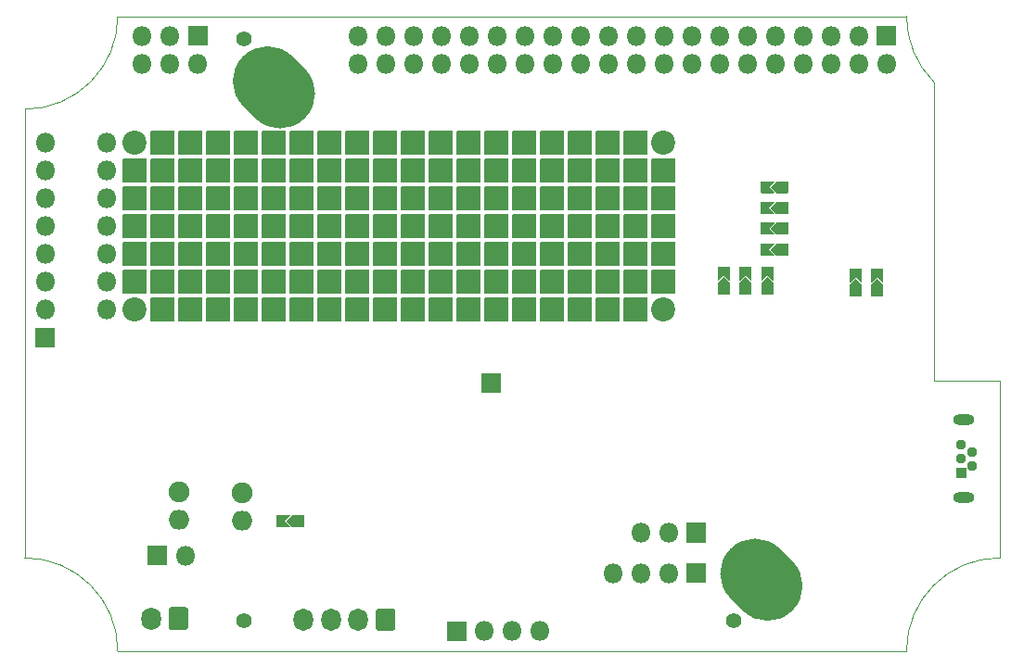
<source format=gbr>
%TF.GenerationSoftware,KiCad,Pcbnew,(5.1.9-0-10_14)*%
%TF.CreationDate,2021-01-30T20:50:45+02:00*%
%TF.ProjectId,SH-ESP32,53482d45-5350-4333-922e-6b696361645f,0.3.0*%
%TF.SameCoordinates,Original*%
%TF.FileFunction,Soldermask,Bot*%
%TF.FilePolarity,Negative*%
%FSLAX46Y46*%
G04 Gerber Fmt 4.6, Leading zero omitted, Abs format (unit mm)*
G04 Created by KiCad (PCBNEW (5.1.9-0-10_14)) date 2021-01-30 20:50:45*
%MOMM*%
%LPD*%
G01*
G04 APERTURE LIST*
%TA.AperFunction,Profile*%
%ADD10C,0.050000*%
%TD*%
%ADD11C,1.400000*%
%ADD12O,1.800000X2.050000*%
%ADD13C,2.200000*%
%ADD14O,1.800000X1.800000*%
%ADD15O,1.800000X2.100000*%
%ADD16C,0.940000*%
%ADD17O,1.950000X0.950000*%
%ADD18C,0.100000*%
%ADD19C,1.900000*%
%ADD20O,1.900000X1.800000*%
G04 APERTURE END LIST*
D10*
X178000000Y-90300000D02*
X178000000Y-106500000D01*
X172000000Y-90300000D02*
X172000000Y-63020000D01*
X178000000Y-90300000D02*
X172000000Y-90300000D01*
X169500000Y-115000000D02*
G75*
G02*
X178000000Y-106500000I8500000J0D01*
G01*
X89000000Y-106500000D02*
G75*
G02*
X97500000Y-115000000I0J-8500000D01*
G01*
X172000092Y-63020889D02*
G75*
G02*
X169500000Y-57000000I5999908J6020889D01*
G01*
X97500000Y-57000000D02*
G75*
G02*
X89000000Y-65500000I-8500000J0D01*
G01*
X169500000Y-115000000D02*
X97500000Y-115000000D01*
X169500000Y-57000000D02*
X97500000Y-57000000D01*
X89000000Y-65500000D02*
X89000000Y-106500000D01*
D11*
%TO.C,H903*%
X153700000Y-112250000D03*
%TD*%
%TO.C,H902*%
X109000000Y-112250000D03*
%TD*%
%TO.C,H901*%
X109050000Y-59100000D03*
%TD*%
%TO.C,H1001*%
G36*
G01*
X114578427Y-66328427D02*
X114578427Y-66328427D01*
G75*
G02*
X110052943Y-66328427I-2262742J2262742D01*
G01*
X108921573Y-65197057D01*
G75*
G02*
X108921573Y-60671573I2262742J2262742D01*
G01*
X108921573Y-60671573D01*
G75*
G02*
X113447057Y-60671573I2262742J-2262742D01*
G01*
X114578427Y-61802943D01*
G75*
G02*
X114578427Y-66328427I-2262742J-2262742D01*
G01*
G37*
%TD*%
%TO.C,H1002*%
G36*
G01*
X159078427Y-111328427D02*
X159078427Y-111328427D01*
G75*
G02*
X154552943Y-111328427I-2262742J2262742D01*
G01*
X153421573Y-110197057D01*
G75*
G02*
X153421573Y-105671573I2262742J2262742D01*
G01*
X153421573Y-105671573D01*
G75*
G02*
X157947057Y-105671573I2262742J-2262742D01*
G01*
X159078427Y-106802943D01*
G75*
G02*
X159078427Y-111328427I-2262742J-2262742D01*
G01*
G37*
%TD*%
D12*
%TO.C,J601*%
X114450000Y-112150000D03*
X116950000Y-112150000D03*
X119450000Y-112150000D03*
G36*
G01*
X122850000Y-111389705D02*
X122850000Y-112910295D01*
G75*
G02*
X122585295Y-113175000I-264705J0D01*
G01*
X121314705Y-113175000D01*
G75*
G02*
X121050000Y-112910295I0J264705D01*
G01*
X121050000Y-111389705D01*
G75*
G02*
X121314705Y-111125000I264705J0D01*
G01*
X122585295Y-111125000D01*
G75*
G02*
X122850000Y-111389705I0J-264705D01*
G01*
G37*
%TD*%
D13*
%TO.C,REF\u002A\u002A*%
X147320000Y-83820000D03*
%TD*%
%TO.C,REF\u002A\u002A*%
X99060000Y-83820000D03*
%TD*%
%TO.C,REF\u002A\u002A*%
X99060000Y-68580000D03*
%TD*%
%TO.C,REF\u002A\u002A*%
X147320000Y-68580000D03*
%TD*%
%TO.C,J702*%
G36*
G01*
X149450000Y-107010000D02*
X151150000Y-107010000D01*
G75*
G02*
X151200000Y-107060000I0J-50000D01*
G01*
X151200000Y-108760000D01*
G75*
G02*
X151150000Y-108810000I-50000J0D01*
G01*
X149450000Y-108810000D01*
G75*
G02*
X149400000Y-108760000I0J50000D01*
G01*
X149400000Y-107060000D01*
G75*
G02*
X149450000Y-107010000I50000J0D01*
G01*
G37*
D14*
X147760000Y-107910000D03*
X145220000Y-107910000D03*
X142680000Y-107910000D03*
%TD*%
D15*
%TO.C,J301*%
X100540000Y-112050000D03*
G36*
G01*
X103940000Y-111264705D02*
X103940000Y-112835295D01*
G75*
G02*
X103675295Y-113100000I-264705J0D01*
G01*
X102404705Y-113100000D01*
G75*
G02*
X102140000Y-112835295I0J264705D01*
G01*
X102140000Y-111264705D01*
G75*
G02*
X102404705Y-111000000I264705J0D01*
G01*
X103675295Y-111000000D01*
G75*
G02*
X103940000Y-111264705I0J-264705D01*
G01*
G37*
%TD*%
%TO.C,J401*%
G36*
G01*
X174920000Y-99220000D02*
X174080000Y-99220000D01*
G75*
G02*
X174030000Y-99170000I0J50000D01*
G01*
X174030000Y-98330000D01*
G75*
G02*
X174080000Y-98280000I50000J0D01*
G01*
X174920000Y-98280000D01*
G75*
G02*
X174970000Y-98330000I0J-50000D01*
G01*
X174970000Y-99170000D01*
G75*
G02*
X174920000Y-99220000I-50000J0D01*
G01*
G37*
D16*
X175500000Y-98100000D03*
X174500000Y-97450000D03*
X175500000Y-96800000D03*
X174500000Y-96150000D03*
D17*
X174720000Y-101025000D03*
X174720000Y-93875000D03*
%TD*%
%TO.C,J203*%
G36*
G01*
X130650000Y-91390000D02*
X130650000Y-89690000D01*
G75*
G02*
X130700000Y-89640000I50000J0D01*
G01*
X132400000Y-89640000D01*
G75*
G02*
X132450000Y-89690000I0J-50000D01*
G01*
X132450000Y-91390000D01*
G75*
G02*
X132400000Y-91440000I-50000J0D01*
G01*
X130700000Y-91440000D01*
G75*
G02*
X130650000Y-91390000I0J50000D01*
G01*
G37*
%TD*%
D14*
%TO.C,J202*%
X99740000Y-61340000D03*
X99740000Y-58800000D03*
X102280000Y-61340000D03*
X102280000Y-58800000D03*
X104820000Y-61340000D03*
G36*
G01*
X103970000Y-57900000D02*
X105670000Y-57900000D01*
G75*
G02*
X105720000Y-57950000I0J-50000D01*
G01*
X105720000Y-59650000D01*
G75*
G02*
X105670000Y-59700000I-50000J0D01*
G01*
X103970000Y-59700000D01*
G75*
G02*
X103920000Y-59650000I0J50000D01*
G01*
X103920000Y-57950000D01*
G75*
G02*
X103970000Y-57900000I50000J0D01*
G01*
G37*
%TD*%
D18*
%TO.C,JP206*%
G36*
X156225245Y-75069039D02*
G01*
X156215866Y-75066194D01*
X156207221Y-75061573D01*
X156199645Y-75055355D01*
X156193427Y-75047779D01*
X156188806Y-75039134D01*
X156185961Y-75029755D01*
X156185000Y-75020000D01*
X156185000Y-74020000D01*
X156185961Y-74010245D01*
X156188806Y-74000866D01*
X156193427Y-73992221D01*
X156199645Y-73984645D01*
X156207221Y-73978427D01*
X156215866Y-73973806D01*
X156225245Y-73970961D01*
X156235000Y-73970000D01*
X157385000Y-73970000D01*
X157394755Y-73970961D01*
X157404134Y-73973806D01*
X157412779Y-73978427D01*
X157420355Y-73984645D01*
X157426573Y-73992221D01*
X157431194Y-74000866D01*
X157434039Y-74010245D01*
X157435000Y-74020000D01*
X157434039Y-74029755D01*
X157431194Y-74039134D01*
X157426573Y-74047779D01*
X157420355Y-74055355D01*
X156955710Y-74520000D01*
X157420355Y-74984645D01*
X157426573Y-74992221D01*
X157431194Y-75000866D01*
X157434039Y-75010245D01*
X157435000Y-75020000D01*
X157434039Y-75029755D01*
X157431194Y-75039134D01*
X157426573Y-75047779D01*
X157420355Y-75055355D01*
X157412779Y-75061573D01*
X157404134Y-75066194D01*
X157394755Y-75069039D01*
X157385000Y-75070000D01*
X156235000Y-75070000D01*
X156225245Y-75069039D01*
G37*
G36*
X157650245Y-75069039D02*
G01*
X157640866Y-75066194D01*
X157632221Y-75061573D01*
X157624645Y-75055355D01*
X157124645Y-74555355D01*
X157118427Y-74547779D01*
X157113806Y-74539134D01*
X157110961Y-74529755D01*
X157110000Y-74520000D01*
X157110961Y-74510245D01*
X157113806Y-74500866D01*
X157118427Y-74492221D01*
X157124645Y-74484645D01*
X157624645Y-73984645D01*
X157632221Y-73978427D01*
X157640866Y-73973806D01*
X157650245Y-73970961D01*
X157660000Y-73970000D01*
X158660000Y-73970000D01*
X158669755Y-73970961D01*
X158679134Y-73973806D01*
X158687779Y-73978427D01*
X158695355Y-73984645D01*
X158701573Y-73992221D01*
X158706194Y-74000866D01*
X158709039Y-74010245D01*
X158710000Y-74020000D01*
X158710000Y-75020000D01*
X158709039Y-75029755D01*
X158706194Y-75039134D01*
X158701573Y-75047779D01*
X158695355Y-75055355D01*
X158687779Y-75061573D01*
X158679134Y-75066194D01*
X158669755Y-75069039D01*
X158660000Y-75070000D01*
X157660000Y-75070000D01*
X157650245Y-75069039D01*
G37*
%TD*%
D14*
%TO.C,J201*%
X119390000Y-61340000D03*
X119390000Y-58800000D03*
X121930000Y-61340000D03*
X121930000Y-58800000D03*
X124470000Y-61340000D03*
X124470000Y-58800000D03*
X127010000Y-61340000D03*
X127010000Y-58800000D03*
X129550000Y-61340000D03*
X129550000Y-58800000D03*
X132090000Y-61340000D03*
X132090000Y-58800000D03*
X134630000Y-61340000D03*
X134630000Y-58800000D03*
X137170000Y-61340000D03*
X137170000Y-58800000D03*
X139710000Y-61340000D03*
X139710000Y-58800000D03*
X142250000Y-61340000D03*
X142250000Y-58800000D03*
X144790000Y-61340000D03*
X144790000Y-58800000D03*
X147330000Y-61340000D03*
X147330000Y-58800000D03*
X149870000Y-61340000D03*
X149870000Y-58800000D03*
X152410000Y-61340000D03*
X152410000Y-58800000D03*
X154950000Y-61340000D03*
X154950000Y-58800000D03*
X157490000Y-61340000D03*
X157490000Y-58800000D03*
X160030000Y-61340000D03*
X160030000Y-58800000D03*
X162570000Y-61340000D03*
X162570000Y-58800000D03*
X165110000Y-61340000D03*
X165110000Y-58800000D03*
X167650000Y-61340000D03*
G36*
G01*
X166800000Y-57900000D02*
X168500000Y-57900000D01*
G75*
G02*
X168550000Y-57950000I0J-50000D01*
G01*
X168550000Y-59650000D01*
G75*
G02*
X168500000Y-59700000I-50000J0D01*
G01*
X166800000Y-59700000D01*
G75*
G02*
X166750000Y-59650000I0J50000D01*
G01*
X166750000Y-57950000D01*
G75*
G02*
X166800000Y-57900000I50000J0D01*
G01*
G37*
%TD*%
D18*
%TO.C,JP601*%
G36*
X112012245Y-103673039D02*
G01*
X112002866Y-103670194D01*
X111994221Y-103665573D01*
X111986645Y-103659355D01*
X111980427Y-103651779D01*
X111975806Y-103643134D01*
X111972961Y-103633755D01*
X111972000Y-103624000D01*
X111972000Y-102624000D01*
X111972961Y-102614245D01*
X111975806Y-102604866D01*
X111980427Y-102596221D01*
X111986645Y-102588645D01*
X111994221Y-102582427D01*
X112002866Y-102577806D01*
X112012245Y-102574961D01*
X112022000Y-102574000D01*
X113172000Y-102574000D01*
X113181755Y-102574961D01*
X113191134Y-102577806D01*
X113199779Y-102582427D01*
X113207355Y-102588645D01*
X113213573Y-102596221D01*
X113218194Y-102604866D01*
X113221039Y-102614245D01*
X113222000Y-102624000D01*
X113221039Y-102633755D01*
X113218194Y-102643134D01*
X113213573Y-102651779D01*
X113207355Y-102659355D01*
X112742710Y-103124000D01*
X113207355Y-103588645D01*
X113213573Y-103596221D01*
X113218194Y-103604866D01*
X113221039Y-103614245D01*
X113222000Y-103624000D01*
X113221039Y-103633755D01*
X113218194Y-103643134D01*
X113213573Y-103651779D01*
X113207355Y-103659355D01*
X113199779Y-103665573D01*
X113191134Y-103670194D01*
X113181755Y-103673039D01*
X113172000Y-103674000D01*
X112022000Y-103674000D01*
X112012245Y-103673039D01*
G37*
G36*
X113437245Y-103673039D02*
G01*
X113427866Y-103670194D01*
X113419221Y-103665573D01*
X113411645Y-103659355D01*
X112911645Y-103159355D01*
X112905427Y-103151779D01*
X112900806Y-103143134D01*
X112897961Y-103133755D01*
X112897000Y-103124000D01*
X112897961Y-103114245D01*
X112900806Y-103104866D01*
X112905427Y-103096221D01*
X112911645Y-103088645D01*
X113411645Y-102588645D01*
X113419221Y-102582427D01*
X113427866Y-102577806D01*
X113437245Y-102574961D01*
X113447000Y-102574000D01*
X114447000Y-102574000D01*
X114456755Y-102574961D01*
X114466134Y-102577806D01*
X114474779Y-102582427D01*
X114482355Y-102588645D01*
X114488573Y-102596221D01*
X114493194Y-102604866D01*
X114496039Y-102614245D01*
X114497000Y-102624000D01*
X114497000Y-103624000D01*
X114496039Y-103633755D01*
X114493194Y-103643134D01*
X114488573Y-103651779D01*
X114482355Y-103659355D01*
X114474779Y-103665573D01*
X114466134Y-103670194D01*
X114456755Y-103673039D01*
X114447000Y-103674000D01*
X113447000Y-103674000D01*
X113437245Y-103673039D01*
G37*
%TD*%
D19*
%TO.C,J303*%
X103124000Y-100457000D03*
D20*
X103124000Y-102997000D03*
%TD*%
D19*
%TO.C,J602*%
X108850000Y-100600000D03*
D20*
X108850000Y-103140000D03*
%TD*%
D14*
%TO.C,J207*%
X96520000Y-68580000D03*
X96520000Y-71120000D03*
X96520000Y-73660000D03*
X96520000Y-76200000D03*
X96520000Y-78740000D03*
X96520000Y-81280000D03*
X96520000Y-83820000D03*
%TD*%
%TO.C,REF\u002A\u002A*%
G36*
G01*
X100500000Y-82330000D02*
X100500000Y-80230000D01*
G75*
G02*
X100550000Y-80180000I50000J0D01*
G01*
X102650000Y-80180000D01*
G75*
G02*
X102700000Y-80230000I0J-50000D01*
G01*
X102700000Y-82330000D01*
G75*
G02*
X102650000Y-82380000I-50000J0D01*
G01*
X100550000Y-82380000D01*
G75*
G02*
X100500000Y-82330000I0J50000D01*
G01*
G37*
%TD*%
%TO.C,REF\u002A\u002A*%
G36*
G01*
X103040000Y-82330000D02*
X103040000Y-80230000D01*
G75*
G02*
X103090000Y-80180000I50000J0D01*
G01*
X105190000Y-80180000D01*
G75*
G02*
X105240000Y-80230000I0J-50000D01*
G01*
X105240000Y-82330000D01*
G75*
G02*
X105190000Y-82380000I-50000J0D01*
G01*
X103090000Y-82380000D01*
G75*
G02*
X103040000Y-82330000I0J50000D01*
G01*
G37*
%TD*%
%TO.C,REF\u002A\u002A*%
G36*
G01*
X103040000Y-79790000D02*
X103040000Y-77690000D01*
G75*
G02*
X103090000Y-77640000I50000J0D01*
G01*
X105190000Y-77640000D01*
G75*
G02*
X105240000Y-77690000I0J-50000D01*
G01*
X105240000Y-79790000D01*
G75*
G02*
X105190000Y-79840000I-50000J0D01*
G01*
X103090000Y-79840000D01*
G75*
G02*
X103040000Y-79790000I0J50000D01*
G01*
G37*
%TD*%
%TO.C,REF\u002A\u002A*%
G36*
G01*
X103040000Y-74710000D02*
X103040000Y-72610000D01*
G75*
G02*
X103090000Y-72560000I50000J0D01*
G01*
X105190000Y-72560000D01*
G75*
G02*
X105240000Y-72610000I0J-50000D01*
G01*
X105240000Y-74710000D01*
G75*
G02*
X105190000Y-74760000I-50000J0D01*
G01*
X103090000Y-74760000D01*
G75*
G02*
X103040000Y-74710000I0J50000D01*
G01*
G37*
%TD*%
%TO.C,REF\u002A\u002A*%
G36*
G01*
X97960000Y-74710000D02*
X97960000Y-72610000D01*
G75*
G02*
X98010000Y-72560000I50000J0D01*
G01*
X100110000Y-72560000D01*
G75*
G02*
X100160000Y-72610000I0J-50000D01*
G01*
X100160000Y-74710000D01*
G75*
G02*
X100110000Y-74760000I-50000J0D01*
G01*
X98010000Y-74760000D01*
G75*
G02*
X97960000Y-74710000I0J50000D01*
G01*
G37*
%TD*%
%TO.C,REF\u002A\u002A*%
G36*
G01*
X100500000Y-74710000D02*
X100500000Y-72610000D01*
G75*
G02*
X100550000Y-72560000I50000J0D01*
G01*
X102650000Y-72560000D01*
G75*
G02*
X102700000Y-72610000I0J-50000D01*
G01*
X102700000Y-74710000D01*
G75*
G02*
X102650000Y-74760000I-50000J0D01*
G01*
X100550000Y-74760000D01*
G75*
G02*
X100500000Y-74710000I0J50000D01*
G01*
G37*
%TD*%
%TO.C,REF\u002A\u002A*%
G36*
G01*
X100500000Y-72170000D02*
X100500000Y-70070000D01*
G75*
G02*
X100550000Y-70020000I50000J0D01*
G01*
X102650000Y-70020000D01*
G75*
G02*
X102700000Y-70070000I0J-50000D01*
G01*
X102700000Y-72170000D01*
G75*
G02*
X102650000Y-72220000I-50000J0D01*
G01*
X100550000Y-72220000D01*
G75*
G02*
X100500000Y-72170000I0J50000D01*
G01*
G37*
%TD*%
%TO.C,REF\u002A\u002A*%
G36*
G01*
X100500000Y-79790000D02*
X100500000Y-77690000D01*
G75*
G02*
X100550000Y-77640000I50000J0D01*
G01*
X102650000Y-77640000D01*
G75*
G02*
X102700000Y-77690000I0J-50000D01*
G01*
X102700000Y-79790000D01*
G75*
G02*
X102650000Y-79840000I-50000J0D01*
G01*
X100550000Y-79840000D01*
G75*
G02*
X100500000Y-79790000I0J50000D01*
G01*
G37*
%TD*%
%TO.C,REF\u002A\u002A*%
G36*
G01*
X100500000Y-77250000D02*
X100500000Y-75150000D01*
G75*
G02*
X100550000Y-75100000I50000J0D01*
G01*
X102650000Y-75100000D01*
G75*
G02*
X102700000Y-75150000I0J-50000D01*
G01*
X102700000Y-77250000D01*
G75*
G02*
X102650000Y-77300000I-50000J0D01*
G01*
X100550000Y-77300000D01*
G75*
G02*
X100500000Y-77250000I0J50000D01*
G01*
G37*
%TD*%
%TO.C,REF\u002A\u002A*%
G36*
G01*
X97960000Y-79790000D02*
X97960000Y-77690000D01*
G75*
G02*
X98010000Y-77640000I50000J0D01*
G01*
X100110000Y-77640000D01*
G75*
G02*
X100160000Y-77690000I0J-50000D01*
G01*
X100160000Y-79790000D01*
G75*
G02*
X100110000Y-79840000I-50000J0D01*
G01*
X98010000Y-79840000D01*
G75*
G02*
X97960000Y-79790000I0J50000D01*
G01*
G37*
%TD*%
%TO.C,REF\u002A\u002A*%
G36*
G01*
X97960000Y-77250000D02*
X97960000Y-75150000D01*
G75*
G02*
X98010000Y-75100000I50000J0D01*
G01*
X100110000Y-75100000D01*
G75*
G02*
X100160000Y-75150000I0J-50000D01*
G01*
X100160000Y-77250000D01*
G75*
G02*
X100110000Y-77300000I-50000J0D01*
G01*
X98010000Y-77300000D01*
G75*
G02*
X97960000Y-77250000I0J50000D01*
G01*
G37*
%TD*%
%TO.C,REF\u002A\u002A*%
G36*
G01*
X97960000Y-82330000D02*
X97960000Y-80230000D01*
G75*
G02*
X98010000Y-80180000I50000J0D01*
G01*
X100110000Y-80180000D01*
G75*
G02*
X100160000Y-80230000I0J-50000D01*
G01*
X100160000Y-82330000D01*
G75*
G02*
X100110000Y-82380000I-50000J0D01*
G01*
X98010000Y-82380000D01*
G75*
G02*
X97960000Y-82330000I0J50000D01*
G01*
G37*
%TD*%
%TO.C,REF\u002A\u002A*%
G36*
G01*
X97960000Y-72170000D02*
X97960000Y-70070000D01*
G75*
G02*
X98010000Y-70020000I50000J0D01*
G01*
X100110000Y-70020000D01*
G75*
G02*
X100160000Y-70070000I0J-50000D01*
G01*
X100160000Y-72170000D01*
G75*
G02*
X100110000Y-72220000I-50000J0D01*
G01*
X98010000Y-72220000D01*
G75*
G02*
X97960000Y-72170000I0J50000D01*
G01*
G37*
%TD*%
%TO.C,REF\u002A\u002A*%
G36*
G01*
X103040000Y-77250000D02*
X103040000Y-75150000D01*
G75*
G02*
X103090000Y-75100000I50000J0D01*
G01*
X105190000Y-75100000D01*
G75*
G02*
X105240000Y-75150000I0J-50000D01*
G01*
X105240000Y-77250000D01*
G75*
G02*
X105190000Y-77300000I-50000J0D01*
G01*
X103090000Y-77300000D01*
G75*
G02*
X103040000Y-77250000I0J50000D01*
G01*
G37*
%TD*%
%TO.C,REF\u002A\u002A*%
G36*
G01*
X103040000Y-72170000D02*
X103040000Y-70070000D01*
G75*
G02*
X103090000Y-70020000I50000J0D01*
G01*
X105190000Y-70020000D01*
G75*
G02*
X105240000Y-70070000I0J-50000D01*
G01*
X105240000Y-72170000D01*
G75*
G02*
X105190000Y-72220000I-50000J0D01*
G01*
X103090000Y-72220000D01*
G75*
G02*
X103040000Y-72170000I0J50000D01*
G01*
G37*
%TD*%
%TO.C,REF\u002A\u002A*%
G36*
G01*
X103040000Y-84870000D02*
X103040000Y-82770000D01*
G75*
G02*
X103090000Y-82720000I50000J0D01*
G01*
X105190000Y-82720000D01*
G75*
G02*
X105240000Y-82770000I0J-50000D01*
G01*
X105240000Y-84870000D01*
G75*
G02*
X105190000Y-84920000I-50000J0D01*
G01*
X103090000Y-84920000D01*
G75*
G02*
X103040000Y-84870000I0J50000D01*
G01*
G37*
%TD*%
%TO.C,REF\u002A\u002A*%
G36*
G01*
X100500000Y-84870000D02*
X100500000Y-82770000D01*
G75*
G02*
X100550000Y-82720000I50000J0D01*
G01*
X102650000Y-82720000D01*
G75*
G02*
X102700000Y-82770000I0J-50000D01*
G01*
X102700000Y-84870000D01*
G75*
G02*
X102650000Y-84920000I-50000J0D01*
G01*
X100550000Y-84920000D01*
G75*
G02*
X100500000Y-84870000I0J50000D01*
G01*
G37*
%TD*%
%TO.C,REF\u002A\u002A*%
G36*
G01*
X103040000Y-69630000D02*
X103040000Y-67530000D01*
G75*
G02*
X103090000Y-67480000I50000J0D01*
G01*
X105190000Y-67480000D01*
G75*
G02*
X105240000Y-67530000I0J-50000D01*
G01*
X105240000Y-69630000D01*
G75*
G02*
X105190000Y-69680000I-50000J0D01*
G01*
X103090000Y-69680000D01*
G75*
G02*
X103040000Y-69630000I0J50000D01*
G01*
G37*
%TD*%
%TO.C,REF\u002A\u002A*%
G36*
G01*
X100500000Y-69630000D02*
X100500000Y-67530000D01*
G75*
G02*
X100550000Y-67480000I50000J0D01*
G01*
X102650000Y-67480000D01*
G75*
G02*
X102700000Y-67530000I0J-50000D01*
G01*
X102700000Y-69630000D01*
G75*
G02*
X102650000Y-69680000I-50000J0D01*
G01*
X100550000Y-69680000D01*
G75*
G02*
X100500000Y-69630000I0J50000D01*
G01*
G37*
%TD*%
%TO.C,J206*%
X90875000Y-68580000D03*
X90875000Y-71120000D03*
X90875000Y-73660000D03*
X90875000Y-76200000D03*
X90875000Y-78740000D03*
X90875000Y-81280000D03*
X90875000Y-83820000D03*
G36*
G01*
X91775000Y-85510000D02*
X91775000Y-87210000D01*
G75*
G02*
X91725000Y-87260000I-50000J0D01*
G01*
X90025000Y-87260000D01*
G75*
G02*
X89975000Y-87210000I0J50000D01*
G01*
X89975000Y-85510000D01*
G75*
G02*
X90025000Y-85460000I50000J0D01*
G01*
X91725000Y-85460000D01*
G75*
G02*
X91775000Y-85510000I0J-50000D01*
G01*
G37*
%TD*%
%TO.C,J302*%
X103640000Y-106300000D03*
G36*
G01*
X101950000Y-107200000D02*
X100250000Y-107200000D01*
G75*
G02*
X100200000Y-107150000I0J50000D01*
G01*
X100200000Y-105450000D01*
G75*
G02*
X100250000Y-105400000I50000J0D01*
G01*
X101950000Y-105400000D01*
G75*
G02*
X102000000Y-105450000I0J-50000D01*
G01*
X102000000Y-107150000D01*
G75*
G02*
X101950000Y-107200000I-50000J0D01*
G01*
G37*
%TD*%
D18*
%TO.C,JP208*%
G36*
X156225245Y-76969039D02*
G01*
X156215866Y-76966194D01*
X156207221Y-76961573D01*
X156199645Y-76955355D01*
X156193427Y-76947779D01*
X156188806Y-76939134D01*
X156185961Y-76929755D01*
X156185000Y-76920000D01*
X156185000Y-75920000D01*
X156185961Y-75910245D01*
X156188806Y-75900866D01*
X156193427Y-75892221D01*
X156199645Y-75884645D01*
X156207221Y-75878427D01*
X156215866Y-75873806D01*
X156225245Y-75870961D01*
X156235000Y-75870000D01*
X157385000Y-75870000D01*
X157394755Y-75870961D01*
X157404134Y-75873806D01*
X157412779Y-75878427D01*
X157420355Y-75884645D01*
X157426573Y-75892221D01*
X157431194Y-75900866D01*
X157434039Y-75910245D01*
X157435000Y-75920000D01*
X157434039Y-75929755D01*
X157431194Y-75939134D01*
X157426573Y-75947779D01*
X157420355Y-75955355D01*
X156955710Y-76420000D01*
X157420355Y-76884645D01*
X157426573Y-76892221D01*
X157431194Y-76900866D01*
X157434039Y-76910245D01*
X157435000Y-76920000D01*
X157434039Y-76929755D01*
X157431194Y-76939134D01*
X157426573Y-76947779D01*
X157420355Y-76955355D01*
X157412779Y-76961573D01*
X157404134Y-76966194D01*
X157394755Y-76969039D01*
X157385000Y-76970000D01*
X156235000Y-76970000D01*
X156225245Y-76969039D01*
G37*
G36*
X157650245Y-76969039D02*
G01*
X157640866Y-76966194D01*
X157632221Y-76961573D01*
X157624645Y-76955355D01*
X157124645Y-76455355D01*
X157118427Y-76447779D01*
X157113806Y-76439134D01*
X157110961Y-76429755D01*
X157110000Y-76420000D01*
X157110961Y-76410245D01*
X157113806Y-76400866D01*
X157118427Y-76392221D01*
X157124645Y-76384645D01*
X157624645Y-75884645D01*
X157632221Y-75878427D01*
X157640866Y-75873806D01*
X157650245Y-75870961D01*
X157660000Y-75870000D01*
X158660000Y-75870000D01*
X158669755Y-75870961D01*
X158679134Y-75873806D01*
X158687779Y-75878427D01*
X158695355Y-75884645D01*
X158701573Y-75892221D01*
X158706194Y-75900866D01*
X158709039Y-75910245D01*
X158710000Y-75920000D01*
X158710000Y-76920000D01*
X158709039Y-76929755D01*
X158706194Y-76939134D01*
X158701573Y-76947779D01*
X158695355Y-76955355D01*
X158687779Y-76961573D01*
X158679134Y-76966194D01*
X158669755Y-76969039D01*
X158660000Y-76970000D01*
X157660000Y-76970000D01*
X157650245Y-76969039D01*
G37*
%TD*%
%TO.C,JP209*%
G36*
X156225245Y-73169039D02*
G01*
X156215866Y-73166194D01*
X156207221Y-73161573D01*
X156199645Y-73155355D01*
X156193427Y-73147779D01*
X156188806Y-73139134D01*
X156185961Y-73129755D01*
X156185000Y-73120000D01*
X156185000Y-72120000D01*
X156185961Y-72110245D01*
X156188806Y-72100866D01*
X156193427Y-72092221D01*
X156199645Y-72084645D01*
X156207221Y-72078427D01*
X156215866Y-72073806D01*
X156225245Y-72070961D01*
X156235000Y-72070000D01*
X157385000Y-72070000D01*
X157394755Y-72070961D01*
X157404134Y-72073806D01*
X157412779Y-72078427D01*
X157420355Y-72084645D01*
X157426573Y-72092221D01*
X157431194Y-72100866D01*
X157434039Y-72110245D01*
X157435000Y-72120000D01*
X157434039Y-72129755D01*
X157431194Y-72139134D01*
X157426573Y-72147779D01*
X157420355Y-72155355D01*
X156955710Y-72620000D01*
X157420355Y-73084645D01*
X157426573Y-73092221D01*
X157431194Y-73100866D01*
X157434039Y-73110245D01*
X157435000Y-73120000D01*
X157434039Y-73129755D01*
X157431194Y-73139134D01*
X157426573Y-73147779D01*
X157420355Y-73155355D01*
X157412779Y-73161573D01*
X157404134Y-73166194D01*
X157394755Y-73169039D01*
X157385000Y-73170000D01*
X156235000Y-73170000D01*
X156225245Y-73169039D01*
G37*
G36*
X157650245Y-73169039D02*
G01*
X157640866Y-73166194D01*
X157632221Y-73161573D01*
X157624645Y-73155355D01*
X157124645Y-72655355D01*
X157118427Y-72647779D01*
X157113806Y-72639134D01*
X157110961Y-72629755D01*
X157110000Y-72620000D01*
X157110961Y-72610245D01*
X157113806Y-72600866D01*
X157118427Y-72592221D01*
X157124645Y-72584645D01*
X157624645Y-72084645D01*
X157632221Y-72078427D01*
X157640866Y-72073806D01*
X157650245Y-72070961D01*
X157660000Y-72070000D01*
X158660000Y-72070000D01*
X158669755Y-72070961D01*
X158679134Y-72073806D01*
X158687779Y-72078427D01*
X158695355Y-72084645D01*
X158701573Y-72092221D01*
X158706194Y-72100866D01*
X158709039Y-72110245D01*
X158710000Y-72120000D01*
X158710000Y-73120000D01*
X158709039Y-73129755D01*
X158706194Y-73139134D01*
X158701573Y-73147779D01*
X158695355Y-73155355D01*
X158687779Y-73161573D01*
X158679134Y-73166194D01*
X158669755Y-73169039D01*
X158660000Y-73170000D01*
X157660000Y-73170000D01*
X157650245Y-73169039D01*
G37*
%TD*%
%TO.C,JP207*%
G36*
X152280961Y-79950245D02*
G01*
X152283806Y-79940866D01*
X152288427Y-79932221D01*
X152294645Y-79924645D01*
X152302221Y-79918427D01*
X152310866Y-79913806D01*
X152320245Y-79910961D01*
X152330000Y-79910000D01*
X153330000Y-79910000D01*
X153339755Y-79910961D01*
X153349134Y-79913806D01*
X153357779Y-79918427D01*
X153365355Y-79924645D01*
X153371573Y-79932221D01*
X153376194Y-79940866D01*
X153379039Y-79950245D01*
X153380000Y-79960000D01*
X153380000Y-81110000D01*
X153379039Y-81119755D01*
X153376194Y-81129134D01*
X153371573Y-81137779D01*
X153365355Y-81145355D01*
X153357779Y-81151573D01*
X153349134Y-81156194D01*
X153339755Y-81159039D01*
X153330000Y-81160000D01*
X153320245Y-81159039D01*
X153310866Y-81156194D01*
X153302221Y-81151573D01*
X153294645Y-81145355D01*
X152830000Y-80680710D01*
X152365355Y-81145355D01*
X152357779Y-81151573D01*
X152349134Y-81156194D01*
X152339755Y-81159039D01*
X152330000Y-81160000D01*
X152320245Y-81159039D01*
X152310866Y-81156194D01*
X152302221Y-81151573D01*
X152294645Y-81145355D01*
X152288427Y-81137779D01*
X152283806Y-81129134D01*
X152280961Y-81119755D01*
X152280000Y-81110000D01*
X152280000Y-79960000D01*
X152280961Y-79950245D01*
G37*
G36*
X152280961Y-81375245D02*
G01*
X152283806Y-81365866D01*
X152288427Y-81357221D01*
X152294645Y-81349645D01*
X152794645Y-80849645D01*
X152802221Y-80843427D01*
X152810866Y-80838806D01*
X152820245Y-80835961D01*
X152830000Y-80835000D01*
X152839755Y-80835961D01*
X152849134Y-80838806D01*
X152857779Y-80843427D01*
X152865355Y-80849645D01*
X153365355Y-81349645D01*
X153371573Y-81357221D01*
X153376194Y-81365866D01*
X153379039Y-81375245D01*
X153380000Y-81385000D01*
X153380000Y-82385000D01*
X153379039Y-82394755D01*
X153376194Y-82404134D01*
X153371573Y-82412779D01*
X153365355Y-82420355D01*
X153357779Y-82426573D01*
X153349134Y-82431194D01*
X153339755Y-82434039D01*
X153330000Y-82435000D01*
X152330000Y-82435000D01*
X152320245Y-82434039D01*
X152310866Y-82431194D01*
X152302221Y-82426573D01*
X152294645Y-82420355D01*
X152288427Y-82412779D01*
X152283806Y-82404134D01*
X152280961Y-82394755D01*
X152280000Y-82385000D01*
X152280000Y-81385000D01*
X152280961Y-81375245D01*
G37*
%TD*%
%TO.C,JP205*%
G36*
X156225245Y-78869039D02*
G01*
X156215866Y-78866194D01*
X156207221Y-78861573D01*
X156199645Y-78855355D01*
X156193427Y-78847779D01*
X156188806Y-78839134D01*
X156185961Y-78829755D01*
X156185000Y-78820000D01*
X156185000Y-77820000D01*
X156185961Y-77810245D01*
X156188806Y-77800866D01*
X156193427Y-77792221D01*
X156199645Y-77784645D01*
X156207221Y-77778427D01*
X156215866Y-77773806D01*
X156225245Y-77770961D01*
X156235000Y-77770000D01*
X157385000Y-77770000D01*
X157394755Y-77770961D01*
X157404134Y-77773806D01*
X157412779Y-77778427D01*
X157420355Y-77784645D01*
X157426573Y-77792221D01*
X157431194Y-77800866D01*
X157434039Y-77810245D01*
X157435000Y-77820000D01*
X157434039Y-77829755D01*
X157431194Y-77839134D01*
X157426573Y-77847779D01*
X157420355Y-77855355D01*
X156955710Y-78320000D01*
X157420355Y-78784645D01*
X157426573Y-78792221D01*
X157431194Y-78800866D01*
X157434039Y-78810245D01*
X157435000Y-78820000D01*
X157434039Y-78829755D01*
X157431194Y-78839134D01*
X157426573Y-78847779D01*
X157420355Y-78855355D01*
X157412779Y-78861573D01*
X157404134Y-78866194D01*
X157394755Y-78869039D01*
X157385000Y-78870000D01*
X156235000Y-78870000D01*
X156225245Y-78869039D01*
G37*
G36*
X157650245Y-78869039D02*
G01*
X157640866Y-78866194D01*
X157632221Y-78861573D01*
X157624645Y-78855355D01*
X157124645Y-78355355D01*
X157118427Y-78347779D01*
X157113806Y-78339134D01*
X157110961Y-78329755D01*
X157110000Y-78320000D01*
X157110961Y-78310245D01*
X157113806Y-78300866D01*
X157118427Y-78292221D01*
X157124645Y-78284645D01*
X157624645Y-77784645D01*
X157632221Y-77778427D01*
X157640866Y-77773806D01*
X157650245Y-77770961D01*
X157660000Y-77770000D01*
X158660000Y-77770000D01*
X158669755Y-77770961D01*
X158679134Y-77773806D01*
X158687779Y-77778427D01*
X158695355Y-77784645D01*
X158701573Y-77792221D01*
X158706194Y-77800866D01*
X158709039Y-77810245D01*
X158710000Y-77820000D01*
X158710000Y-78820000D01*
X158709039Y-78829755D01*
X158706194Y-78839134D01*
X158701573Y-78847779D01*
X158695355Y-78855355D01*
X158687779Y-78861573D01*
X158679134Y-78866194D01*
X158669755Y-78869039D01*
X158660000Y-78870000D01*
X157660000Y-78870000D01*
X157650245Y-78869039D01*
G37*
%TD*%
%TO.C,JP204*%
G36*
X154250961Y-79940245D02*
G01*
X154253806Y-79930866D01*
X154258427Y-79922221D01*
X154264645Y-79914645D01*
X154272221Y-79908427D01*
X154280866Y-79903806D01*
X154290245Y-79900961D01*
X154300000Y-79900000D01*
X155300000Y-79900000D01*
X155309755Y-79900961D01*
X155319134Y-79903806D01*
X155327779Y-79908427D01*
X155335355Y-79914645D01*
X155341573Y-79922221D01*
X155346194Y-79930866D01*
X155349039Y-79940245D01*
X155350000Y-79950000D01*
X155350000Y-81100000D01*
X155349039Y-81109755D01*
X155346194Y-81119134D01*
X155341573Y-81127779D01*
X155335355Y-81135355D01*
X155327779Y-81141573D01*
X155319134Y-81146194D01*
X155309755Y-81149039D01*
X155300000Y-81150000D01*
X155290245Y-81149039D01*
X155280866Y-81146194D01*
X155272221Y-81141573D01*
X155264645Y-81135355D01*
X154800000Y-80670710D01*
X154335355Y-81135355D01*
X154327779Y-81141573D01*
X154319134Y-81146194D01*
X154309755Y-81149039D01*
X154300000Y-81150000D01*
X154290245Y-81149039D01*
X154280866Y-81146194D01*
X154272221Y-81141573D01*
X154264645Y-81135355D01*
X154258427Y-81127779D01*
X154253806Y-81119134D01*
X154250961Y-81109755D01*
X154250000Y-81100000D01*
X154250000Y-79950000D01*
X154250961Y-79940245D01*
G37*
G36*
X154250961Y-81365245D02*
G01*
X154253806Y-81355866D01*
X154258427Y-81347221D01*
X154264645Y-81339645D01*
X154764645Y-80839645D01*
X154772221Y-80833427D01*
X154780866Y-80828806D01*
X154790245Y-80825961D01*
X154800000Y-80825000D01*
X154809755Y-80825961D01*
X154819134Y-80828806D01*
X154827779Y-80833427D01*
X154835355Y-80839645D01*
X155335355Y-81339645D01*
X155341573Y-81347221D01*
X155346194Y-81355866D01*
X155349039Y-81365245D01*
X155350000Y-81375000D01*
X155350000Y-82375000D01*
X155349039Y-82384755D01*
X155346194Y-82394134D01*
X155341573Y-82402779D01*
X155335355Y-82410355D01*
X155327779Y-82416573D01*
X155319134Y-82421194D01*
X155309755Y-82424039D01*
X155300000Y-82425000D01*
X154300000Y-82425000D01*
X154290245Y-82424039D01*
X154280866Y-82421194D01*
X154272221Y-82416573D01*
X154264645Y-82410355D01*
X154258427Y-82402779D01*
X154253806Y-82394134D01*
X154250961Y-82384755D01*
X154250000Y-82375000D01*
X154250000Y-81375000D01*
X154250961Y-81365245D01*
G37*
%TD*%
%TO.C,JP203*%
G36*
X164310961Y-80110245D02*
G01*
X164313806Y-80100866D01*
X164318427Y-80092221D01*
X164324645Y-80084645D01*
X164332221Y-80078427D01*
X164340866Y-80073806D01*
X164350245Y-80070961D01*
X164360000Y-80070000D01*
X165360000Y-80070000D01*
X165369755Y-80070961D01*
X165379134Y-80073806D01*
X165387779Y-80078427D01*
X165395355Y-80084645D01*
X165401573Y-80092221D01*
X165406194Y-80100866D01*
X165409039Y-80110245D01*
X165410000Y-80120000D01*
X165410000Y-81270000D01*
X165409039Y-81279755D01*
X165406194Y-81289134D01*
X165401573Y-81297779D01*
X165395355Y-81305355D01*
X165387779Y-81311573D01*
X165379134Y-81316194D01*
X165369755Y-81319039D01*
X165360000Y-81320000D01*
X165350245Y-81319039D01*
X165340866Y-81316194D01*
X165332221Y-81311573D01*
X165324645Y-81305355D01*
X164860000Y-80840710D01*
X164395355Y-81305355D01*
X164387779Y-81311573D01*
X164379134Y-81316194D01*
X164369755Y-81319039D01*
X164360000Y-81320000D01*
X164350245Y-81319039D01*
X164340866Y-81316194D01*
X164332221Y-81311573D01*
X164324645Y-81305355D01*
X164318427Y-81297779D01*
X164313806Y-81289134D01*
X164310961Y-81279755D01*
X164310000Y-81270000D01*
X164310000Y-80120000D01*
X164310961Y-80110245D01*
G37*
G36*
X164310961Y-81535245D02*
G01*
X164313806Y-81525866D01*
X164318427Y-81517221D01*
X164324645Y-81509645D01*
X164824645Y-81009645D01*
X164832221Y-81003427D01*
X164840866Y-80998806D01*
X164850245Y-80995961D01*
X164860000Y-80995000D01*
X164869755Y-80995961D01*
X164879134Y-80998806D01*
X164887779Y-81003427D01*
X164895355Y-81009645D01*
X165395355Y-81509645D01*
X165401573Y-81517221D01*
X165406194Y-81525866D01*
X165409039Y-81535245D01*
X165410000Y-81545000D01*
X165410000Y-82545000D01*
X165409039Y-82554755D01*
X165406194Y-82564134D01*
X165401573Y-82572779D01*
X165395355Y-82580355D01*
X165387779Y-82586573D01*
X165379134Y-82591194D01*
X165369755Y-82594039D01*
X165360000Y-82595000D01*
X164360000Y-82595000D01*
X164350245Y-82594039D01*
X164340866Y-82591194D01*
X164332221Y-82586573D01*
X164324645Y-82580355D01*
X164318427Y-82572779D01*
X164313806Y-82564134D01*
X164310961Y-82554755D01*
X164310000Y-82545000D01*
X164310000Y-81545000D01*
X164310961Y-81535245D01*
G37*
%TD*%
%TO.C,JP202*%
G36*
X166270961Y-80110245D02*
G01*
X166273806Y-80100866D01*
X166278427Y-80092221D01*
X166284645Y-80084645D01*
X166292221Y-80078427D01*
X166300866Y-80073806D01*
X166310245Y-80070961D01*
X166320000Y-80070000D01*
X167320000Y-80070000D01*
X167329755Y-80070961D01*
X167339134Y-80073806D01*
X167347779Y-80078427D01*
X167355355Y-80084645D01*
X167361573Y-80092221D01*
X167366194Y-80100866D01*
X167369039Y-80110245D01*
X167370000Y-80120000D01*
X167370000Y-81270000D01*
X167369039Y-81279755D01*
X167366194Y-81289134D01*
X167361573Y-81297779D01*
X167355355Y-81305355D01*
X167347779Y-81311573D01*
X167339134Y-81316194D01*
X167329755Y-81319039D01*
X167320000Y-81320000D01*
X167310245Y-81319039D01*
X167300866Y-81316194D01*
X167292221Y-81311573D01*
X167284645Y-81305355D01*
X166820000Y-80840710D01*
X166355355Y-81305355D01*
X166347779Y-81311573D01*
X166339134Y-81316194D01*
X166329755Y-81319039D01*
X166320000Y-81320000D01*
X166310245Y-81319039D01*
X166300866Y-81316194D01*
X166292221Y-81311573D01*
X166284645Y-81305355D01*
X166278427Y-81297779D01*
X166273806Y-81289134D01*
X166270961Y-81279755D01*
X166270000Y-81270000D01*
X166270000Y-80120000D01*
X166270961Y-80110245D01*
G37*
G36*
X166270961Y-81535245D02*
G01*
X166273806Y-81525866D01*
X166278427Y-81517221D01*
X166284645Y-81509645D01*
X166784645Y-81009645D01*
X166792221Y-81003427D01*
X166800866Y-80998806D01*
X166810245Y-80995961D01*
X166820000Y-80995000D01*
X166829755Y-80995961D01*
X166839134Y-80998806D01*
X166847779Y-81003427D01*
X166855355Y-81009645D01*
X167355355Y-81509645D01*
X167361573Y-81517221D01*
X167366194Y-81525866D01*
X167369039Y-81535245D01*
X167370000Y-81545000D01*
X167370000Y-82545000D01*
X167369039Y-82554755D01*
X167366194Y-82564134D01*
X167361573Y-82572779D01*
X167355355Y-82580355D01*
X167347779Y-82586573D01*
X167339134Y-82591194D01*
X167329755Y-82594039D01*
X167320000Y-82595000D01*
X166320000Y-82595000D01*
X166310245Y-82594039D01*
X166300866Y-82591194D01*
X166292221Y-82586573D01*
X166284645Y-82580355D01*
X166278427Y-82572779D01*
X166273806Y-82564134D01*
X166270961Y-82554755D01*
X166270000Y-82545000D01*
X166270000Y-81545000D01*
X166270961Y-81535245D01*
G37*
%TD*%
%TO.C,JP201*%
G36*
X156230961Y-79945245D02*
G01*
X156233806Y-79935866D01*
X156238427Y-79927221D01*
X156244645Y-79919645D01*
X156252221Y-79913427D01*
X156260866Y-79908806D01*
X156270245Y-79905961D01*
X156280000Y-79905000D01*
X157280000Y-79905000D01*
X157289755Y-79905961D01*
X157299134Y-79908806D01*
X157307779Y-79913427D01*
X157315355Y-79919645D01*
X157321573Y-79927221D01*
X157326194Y-79935866D01*
X157329039Y-79945245D01*
X157330000Y-79955000D01*
X157330000Y-81105000D01*
X157329039Y-81114755D01*
X157326194Y-81124134D01*
X157321573Y-81132779D01*
X157315355Y-81140355D01*
X157307779Y-81146573D01*
X157299134Y-81151194D01*
X157289755Y-81154039D01*
X157280000Y-81155000D01*
X157270245Y-81154039D01*
X157260866Y-81151194D01*
X157252221Y-81146573D01*
X157244645Y-81140355D01*
X156780000Y-80675710D01*
X156315355Y-81140355D01*
X156307779Y-81146573D01*
X156299134Y-81151194D01*
X156289755Y-81154039D01*
X156280000Y-81155000D01*
X156270245Y-81154039D01*
X156260866Y-81151194D01*
X156252221Y-81146573D01*
X156244645Y-81140355D01*
X156238427Y-81132779D01*
X156233806Y-81124134D01*
X156230961Y-81114755D01*
X156230000Y-81105000D01*
X156230000Y-79955000D01*
X156230961Y-79945245D01*
G37*
G36*
X156230961Y-81370245D02*
G01*
X156233806Y-81360866D01*
X156238427Y-81352221D01*
X156244645Y-81344645D01*
X156744645Y-80844645D01*
X156752221Y-80838427D01*
X156760866Y-80833806D01*
X156770245Y-80830961D01*
X156780000Y-80830000D01*
X156789755Y-80830961D01*
X156799134Y-80833806D01*
X156807779Y-80838427D01*
X156815355Y-80844645D01*
X157315355Y-81344645D01*
X157321573Y-81352221D01*
X157326194Y-81360866D01*
X157329039Y-81370245D01*
X157330000Y-81380000D01*
X157330000Y-82380000D01*
X157329039Y-82389755D01*
X157326194Y-82399134D01*
X157321573Y-82407779D01*
X157315355Y-82415355D01*
X157307779Y-82421573D01*
X157299134Y-82426194D01*
X157289755Y-82429039D01*
X157280000Y-82430000D01*
X156280000Y-82430000D01*
X156270245Y-82429039D01*
X156260866Y-82426194D01*
X156252221Y-82421573D01*
X156244645Y-82415355D01*
X156238427Y-82407779D01*
X156233806Y-82399134D01*
X156230961Y-82389755D01*
X156230000Y-82380000D01*
X156230000Y-81380000D01*
X156230961Y-81370245D01*
G37*
%TD*%
%TO.C,REF\u002A\u002A*%
G36*
G01*
X108120000Y-69630000D02*
X108120000Y-67530000D01*
G75*
G02*
X108170000Y-67480000I50000J0D01*
G01*
X110270000Y-67480000D01*
G75*
G02*
X110320000Y-67530000I0J-50000D01*
G01*
X110320000Y-69630000D01*
G75*
G02*
X110270000Y-69680000I-50000J0D01*
G01*
X108170000Y-69680000D01*
G75*
G02*
X108120000Y-69630000I0J50000D01*
G01*
G37*
%TD*%
%TO.C,REF\u002A\u002A*%
G36*
G01*
X105580000Y-69630000D02*
X105580000Y-67530000D01*
G75*
G02*
X105630000Y-67480000I50000J0D01*
G01*
X107730000Y-67480000D01*
G75*
G02*
X107780000Y-67530000I0J-50000D01*
G01*
X107780000Y-69630000D01*
G75*
G02*
X107730000Y-69680000I-50000J0D01*
G01*
X105630000Y-69680000D01*
G75*
G02*
X105580000Y-69630000I0J50000D01*
G01*
G37*
%TD*%
%TO.C,REF\u002A\u002A*%
G36*
G01*
X146220000Y-72170000D02*
X146220000Y-70070000D01*
G75*
G02*
X146270000Y-70020000I50000J0D01*
G01*
X148370000Y-70020000D01*
G75*
G02*
X148420000Y-70070000I0J-50000D01*
G01*
X148420000Y-72170000D01*
G75*
G02*
X148370000Y-72220000I-50000J0D01*
G01*
X146270000Y-72220000D01*
G75*
G02*
X146220000Y-72170000I0J50000D01*
G01*
G37*
%TD*%
%TO.C,REF\u002A\u002A*%
G36*
G01*
X143680000Y-69630000D02*
X143680000Y-67530000D01*
G75*
G02*
X143730000Y-67480000I50000J0D01*
G01*
X145830000Y-67480000D01*
G75*
G02*
X145880000Y-67530000I0J-50000D01*
G01*
X145880000Y-69630000D01*
G75*
G02*
X145830000Y-69680000I-50000J0D01*
G01*
X143730000Y-69680000D01*
G75*
G02*
X143680000Y-69630000I0J50000D01*
G01*
G37*
%TD*%
%TO.C,REF\u002A\u002A*%
G36*
G01*
X146220000Y-77250000D02*
X146220000Y-75150000D01*
G75*
G02*
X146270000Y-75100000I50000J0D01*
G01*
X148370000Y-75100000D01*
G75*
G02*
X148420000Y-75150000I0J-50000D01*
G01*
X148420000Y-77250000D01*
G75*
G02*
X148370000Y-77300000I-50000J0D01*
G01*
X146270000Y-77300000D01*
G75*
G02*
X146220000Y-77250000I0J50000D01*
G01*
G37*
%TD*%
%TO.C,REF\u002A\u002A*%
G36*
G01*
X146220000Y-79790000D02*
X146220000Y-77690000D01*
G75*
G02*
X146270000Y-77640000I50000J0D01*
G01*
X148370000Y-77640000D01*
G75*
G02*
X148420000Y-77690000I0J-50000D01*
G01*
X148420000Y-79790000D01*
G75*
G02*
X148370000Y-79840000I-50000J0D01*
G01*
X146270000Y-79840000D01*
G75*
G02*
X146220000Y-79790000I0J50000D01*
G01*
G37*
%TD*%
%TO.C,REF\u002A\u002A*%
G36*
G01*
X146220000Y-82330000D02*
X146220000Y-80230000D01*
G75*
G02*
X146270000Y-80180000I50000J0D01*
G01*
X148370000Y-80180000D01*
G75*
G02*
X148420000Y-80230000I0J-50000D01*
G01*
X148420000Y-82330000D01*
G75*
G02*
X148370000Y-82380000I-50000J0D01*
G01*
X146270000Y-82380000D01*
G75*
G02*
X146220000Y-82330000I0J50000D01*
G01*
G37*
%TD*%
%TO.C,REF\u002A\u002A*%
G36*
G01*
X146220000Y-74710000D02*
X146220000Y-72610000D01*
G75*
G02*
X146270000Y-72560000I50000J0D01*
G01*
X148370000Y-72560000D01*
G75*
G02*
X148420000Y-72610000I0J-50000D01*
G01*
X148420000Y-74710000D01*
G75*
G02*
X148370000Y-74760000I-50000J0D01*
G01*
X146270000Y-74760000D01*
G75*
G02*
X146220000Y-74710000I0J50000D01*
G01*
G37*
%TD*%
%TO.C,REF\u002A\u002A*%
G36*
G01*
X123360000Y-69630000D02*
X123360000Y-67530000D01*
G75*
G02*
X123410000Y-67480000I50000J0D01*
G01*
X125510000Y-67480000D01*
G75*
G02*
X125560000Y-67530000I0J-50000D01*
G01*
X125560000Y-69630000D01*
G75*
G02*
X125510000Y-69680000I-50000J0D01*
G01*
X123410000Y-69680000D01*
G75*
G02*
X123360000Y-69630000I0J50000D01*
G01*
G37*
%TD*%
%TO.C,REF\u002A\u002A*%
G36*
G01*
X113200000Y-69630000D02*
X113200000Y-67530000D01*
G75*
G02*
X113250000Y-67480000I50000J0D01*
G01*
X115350000Y-67480000D01*
G75*
G02*
X115400000Y-67530000I0J-50000D01*
G01*
X115400000Y-69630000D01*
G75*
G02*
X115350000Y-69680000I-50000J0D01*
G01*
X113250000Y-69680000D01*
G75*
G02*
X113200000Y-69630000I0J50000D01*
G01*
G37*
%TD*%
%TO.C,REF\u002A\u002A*%
G36*
G01*
X130980000Y-69630000D02*
X130980000Y-67530000D01*
G75*
G02*
X131030000Y-67480000I50000J0D01*
G01*
X133130000Y-67480000D01*
G75*
G02*
X133180000Y-67530000I0J-50000D01*
G01*
X133180000Y-69630000D01*
G75*
G02*
X133130000Y-69680000I-50000J0D01*
G01*
X131030000Y-69680000D01*
G75*
G02*
X130980000Y-69630000I0J50000D01*
G01*
G37*
%TD*%
%TO.C,REF\u002A\u002A*%
G36*
G01*
X125900000Y-69630000D02*
X125900000Y-67530000D01*
G75*
G02*
X125950000Y-67480000I50000J0D01*
G01*
X128050000Y-67480000D01*
G75*
G02*
X128100000Y-67530000I0J-50000D01*
G01*
X128100000Y-69630000D01*
G75*
G02*
X128050000Y-69680000I-50000J0D01*
G01*
X125950000Y-69680000D01*
G75*
G02*
X125900000Y-69630000I0J50000D01*
G01*
G37*
%TD*%
%TO.C,REF\u002A\u002A*%
G36*
G01*
X128440000Y-69630000D02*
X128440000Y-67530000D01*
G75*
G02*
X128490000Y-67480000I50000J0D01*
G01*
X130590000Y-67480000D01*
G75*
G02*
X130640000Y-67530000I0J-50000D01*
G01*
X130640000Y-69630000D01*
G75*
G02*
X130590000Y-69680000I-50000J0D01*
G01*
X128490000Y-69680000D01*
G75*
G02*
X128440000Y-69630000I0J50000D01*
G01*
G37*
%TD*%
%TO.C,REF\u002A\u002A*%
G36*
G01*
X118280000Y-69630000D02*
X118280000Y-67530000D01*
G75*
G02*
X118330000Y-67480000I50000J0D01*
G01*
X120430000Y-67480000D01*
G75*
G02*
X120480000Y-67530000I0J-50000D01*
G01*
X120480000Y-69630000D01*
G75*
G02*
X120430000Y-69680000I-50000J0D01*
G01*
X118330000Y-69680000D01*
G75*
G02*
X118280000Y-69630000I0J50000D01*
G01*
G37*
%TD*%
%TO.C,REF\u002A\u002A*%
G36*
G01*
X138600000Y-69630000D02*
X138600000Y-67530000D01*
G75*
G02*
X138650000Y-67480000I50000J0D01*
G01*
X140750000Y-67480000D01*
G75*
G02*
X140800000Y-67530000I0J-50000D01*
G01*
X140800000Y-69630000D01*
G75*
G02*
X140750000Y-69680000I-50000J0D01*
G01*
X138650000Y-69680000D01*
G75*
G02*
X138600000Y-69630000I0J50000D01*
G01*
G37*
%TD*%
%TO.C,REF\u002A\u002A*%
G36*
G01*
X136060000Y-69630000D02*
X136060000Y-67530000D01*
G75*
G02*
X136110000Y-67480000I50000J0D01*
G01*
X138210000Y-67480000D01*
G75*
G02*
X138260000Y-67530000I0J-50000D01*
G01*
X138260000Y-69630000D01*
G75*
G02*
X138210000Y-69680000I-50000J0D01*
G01*
X136110000Y-69680000D01*
G75*
G02*
X136060000Y-69630000I0J50000D01*
G01*
G37*
%TD*%
%TO.C,REF\u002A\u002A*%
G36*
G01*
X115740000Y-69630000D02*
X115740000Y-67530000D01*
G75*
G02*
X115790000Y-67480000I50000J0D01*
G01*
X117890000Y-67480000D01*
G75*
G02*
X117940000Y-67530000I0J-50000D01*
G01*
X117940000Y-69630000D01*
G75*
G02*
X117890000Y-69680000I-50000J0D01*
G01*
X115790000Y-69680000D01*
G75*
G02*
X115740000Y-69630000I0J50000D01*
G01*
G37*
%TD*%
%TO.C,REF\u002A\u002A*%
G36*
G01*
X110660000Y-69630000D02*
X110660000Y-67530000D01*
G75*
G02*
X110710000Y-67480000I50000J0D01*
G01*
X112810000Y-67480000D01*
G75*
G02*
X112860000Y-67530000I0J-50000D01*
G01*
X112860000Y-69630000D01*
G75*
G02*
X112810000Y-69680000I-50000J0D01*
G01*
X110710000Y-69680000D01*
G75*
G02*
X110660000Y-69630000I0J50000D01*
G01*
G37*
%TD*%
%TO.C,REF\u002A\u002A*%
G36*
G01*
X133520000Y-69630000D02*
X133520000Y-67530000D01*
G75*
G02*
X133570000Y-67480000I50000J0D01*
G01*
X135670000Y-67480000D01*
G75*
G02*
X135720000Y-67530000I0J-50000D01*
G01*
X135720000Y-69630000D01*
G75*
G02*
X135670000Y-69680000I-50000J0D01*
G01*
X133570000Y-69680000D01*
G75*
G02*
X133520000Y-69630000I0J50000D01*
G01*
G37*
%TD*%
%TO.C,REF\u002A\u002A*%
G36*
G01*
X120820000Y-69630000D02*
X120820000Y-67530000D01*
G75*
G02*
X120870000Y-67480000I50000J0D01*
G01*
X122970000Y-67480000D01*
G75*
G02*
X123020000Y-67530000I0J-50000D01*
G01*
X123020000Y-69630000D01*
G75*
G02*
X122970000Y-69680000I-50000J0D01*
G01*
X120870000Y-69680000D01*
G75*
G02*
X120820000Y-69630000I0J50000D01*
G01*
G37*
%TD*%
%TO.C,REF\u002A\u002A*%
G36*
G01*
X141140000Y-69630000D02*
X141140000Y-67530000D01*
G75*
G02*
X141190000Y-67480000I50000J0D01*
G01*
X143290000Y-67480000D01*
G75*
G02*
X143340000Y-67530000I0J-50000D01*
G01*
X143340000Y-69630000D01*
G75*
G02*
X143290000Y-69680000I-50000J0D01*
G01*
X141190000Y-69680000D01*
G75*
G02*
X141140000Y-69630000I0J50000D01*
G01*
G37*
%TD*%
%TO.C,REF\u002A\u002A*%
G36*
G01*
X120820000Y-84870000D02*
X120820000Y-82770000D01*
G75*
G02*
X120870000Y-82720000I50000J0D01*
G01*
X122970000Y-82720000D01*
G75*
G02*
X123020000Y-82770000I0J-50000D01*
G01*
X123020000Y-84870000D01*
G75*
G02*
X122970000Y-84920000I-50000J0D01*
G01*
X120870000Y-84920000D01*
G75*
G02*
X120820000Y-84870000I0J50000D01*
G01*
G37*
%TD*%
%TO.C,REF\u002A\u002A*%
G36*
G01*
X108120000Y-84870000D02*
X108120000Y-82770000D01*
G75*
G02*
X108170000Y-82720000I50000J0D01*
G01*
X110270000Y-82720000D01*
G75*
G02*
X110320000Y-82770000I0J-50000D01*
G01*
X110320000Y-84870000D01*
G75*
G02*
X110270000Y-84920000I-50000J0D01*
G01*
X108170000Y-84920000D01*
G75*
G02*
X108120000Y-84870000I0J50000D01*
G01*
G37*
%TD*%
%TO.C,REF\u002A\u002A*%
G36*
G01*
X110660000Y-84870000D02*
X110660000Y-82770000D01*
G75*
G02*
X110710000Y-82720000I50000J0D01*
G01*
X112810000Y-82720000D01*
G75*
G02*
X112860000Y-82770000I0J-50000D01*
G01*
X112860000Y-84870000D01*
G75*
G02*
X112810000Y-84920000I-50000J0D01*
G01*
X110710000Y-84920000D01*
G75*
G02*
X110660000Y-84870000I0J50000D01*
G01*
G37*
%TD*%
%TO.C,REF\u002A\u002A*%
G36*
G01*
X125900000Y-84870000D02*
X125900000Y-82770000D01*
G75*
G02*
X125950000Y-82720000I50000J0D01*
G01*
X128050000Y-82720000D01*
G75*
G02*
X128100000Y-82770000I0J-50000D01*
G01*
X128100000Y-84870000D01*
G75*
G02*
X128050000Y-84920000I-50000J0D01*
G01*
X125950000Y-84920000D01*
G75*
G02*
X125900000Y-84870000I0J50000D01*
G01*
G37*
%TD*%
%TO.C,REF\u002A\u002A*%
G36*
G01*
X133520000Y-84870000D02*
X133520000Y-82770000D01*
G75*
G02*
X133570000Y-82720000I50000J0D01*
G01*
X135670000Y-82720000D01*
G75*
G02*
X135720000Y-82770000I0J-50000D01*
G01*
X135720000Y-84870000D01*
G75*
G02*
X135670000Y-84920000I-50000J0D01*
G01*
X133570000Y-84920000D01*
G75*
G02*
X133520000Y-84870000I0J50000D01*
G01*
G37*
%TD*%
%TO.C,REF\u002A\u002A*%
G36*
G01*
X118280000Y-84870000D02*
X118280000Y-82770000D01*
G75*
G02*
X118330000Y-82720000I50000J0D01*
G01*
X120430000Y-82720000D01*
G75*
G02*
X120480000Y-82770000I0J-50000D01*
G01*
X120480000Y-84870000D01*
G75*
G02*
X120430000Y-84920000I-50000J0D01*
G01*
X118330000Y-84920000D01*
G75*
G02*
X118280000Y-84870000I0J50000D01*
G01*
G37*
%TD*%
%TO.C,REF\u002A\u002A*%
G36*
G01*
X136060000Y-84870000D02*
X136060000Y-82770000D01*
G75*
G02*
X136110000Y-82720000I50000J0D01*
G01*
X138210000Y-82720000D01*
G75*
G02*
X138260000Y-82770000I0J-50000D01*
G01*
X138260000Y-84870000D01*
G75*
G02*
X138210000Y-84920000I-50000J0D01*
G01*
X136110000Y-84920000D01*
G75*
G02*
X136060000Y-84870000I0J50000D01*
G01*
G37*
%TD*%
%TO.C,REF\u002A\u002A*%
G36*
G01*
X138600000Y-84870000D02*
X138600000Y-82770000D01*
G75*
G02*
X138650000Y-82720000I50000J0D01*
G01*
X140750000Y-82720000D01*
G75*
G02*
X140800000Y-82770000I0J-50000D01*
G01*
X140800000Y-84870000D01*
G75*
G02*
X140750000Y-84920000I-50000J0D01*
G01*
X138650000Y-84920000D01*
G75*
G02*
X138600000Y-84870000I0J50000D01*
G01*
G37*
%TD*%
%TO.C,REF\u002A\u002A*%
G36*
G01*
X141140000Y-84870000D02*
X141140000Y-82770000D01*
G75*
G02*
X141190000Y-82720000I50000J0D01*
G01*
X143290000Y-82720000D01*
G75*
G02*
X143340000Y-82770000I0J-50000D01*
G01*
X143340000Y-84870000D01*
G75*
G02*
X143290000Y-84920000I-50000J0D01*
G01*
X141190000Y-84920000D01*
G75*
G02*
X141140000Y-84870000I0J50000D01*
G01*
G37*
%TD*%
%TO.C,REF\u002A\u002A*%
G36*
G01*
X143680000Y-84870000D02*
X143680000Y-82770000D01*
G75*
G02*
X143730000Y-82720000I50000J0D01*
G01*
X145830000Y-82720000D01*
G75*
G02*
X145880000Y-82770000I0J-50000D01*
G01*
X145880000Y-84870000D01*
G75*
G02*
X145830000Y-84920000I-50000J0D01*
G01*
X143730000Y-84920000D01*
G75*
G02*
X143680000Y-84870000I0J50000D01*
G01*
G37*
%TD*%
%TO.C,REF\u002A\u002A*%
G36*
G01*
X123360000Y-84870000D02*
X123360000Y-82770000D01*
G75*
G02*
X123410000Y-82720000I50000J0D01*
G01*
X125510000Y-82720000D01*
G75*
G02*
X125560000Y-82770000I0J-50000D01*
G01*
X125560000Y-84870000D01*
G75*
G02*
X125510000Y-84920000I-50000J0D01*
G01*
X123410000Y-84920000D01*
G75*
G02*
X123360000Y-84870000I0J50000D01*
G01*
G37*
%TD*%
%TO.C,REF\u002A\u002A*%
G36*
G01*
X105580000Y-84870000D02*
X105580000Y-82770000D01*
G75*
G02*
X105630000Y-82720000I50000J0D01*
G01*
X107730000Y-82720000D01*
G75*
G02*
X107780000Y-82770000I0J-50000D01*
G01*
X107780000Y-84870000D01*
G75*
G02*
X107730000Y-84920000I-50000J0D01*
G01*
X105630000Y-84920000D01*
G75*
G02*
X105580000Y-84870000I0J50000D01*
G01*
G37*
%TD*%
%TO.C,REF\u002A\u002A*%
G36*
G01*
X113200000Y-84870000D02*
X113200000Y-82770000D01*
G75*
G02*
X113250000Y-82720000I50000J0D01*
G01*
X115350000Y-82720000D01*
G75*
G02*
X115400000Y-82770000I0J-50000D01*
G01*
X115400000Y-84870000D01*
G75*
G02*
X115350000Y-84920000I-50000J0D01*
G01*
X113250000Y-84920000D01*
G75*
G02*
X113200000Y-84870000I0J50000D01*
G01*
G37*
%TD*%
%TO.C,REF\u002A\u002A*%
G36*
G01*
X115740000Y-84870000D02*
X115740000Y-82770000D01*
G75*
G02*
X115790000Y-82720000I50000J0D01*
G01*
X117890000Y-82720000D01*
G75*
G02*
X117940000Y-82770000I0J-50000D01*
G01*
X117940000Y-84870000D01*
G75*
G02*
X117890000Y-84920000I-50000J0D01*
G01*
X115790000Y-84920000D01*
G75*
G02*
X115740000Y-84870000I0J50000D01*
G01*
G37*
%TD*%
%TO.C,REF\u002A\u002A*%
G36*
G01*
X130980000Y-84870000D02*
X130980000Y-82770000D01*
G75*
G02*
X131030000Y-82720000I50000J0D01*
G01*
X133130000Y-82720000D01*
G75*
G02*
X133180000Y-82770000I0J-50000D01*
G01*
X133180000Y-84870000D01*
G75*
G02*
X133130000Y-84920000I-50000J0D01*
G01*
X131030000Y-84920000D01*
G75*
G02*
X130980000Y-84870000I0J50000D01*
G01*
G37*
%TD*%
%TO.C,REF\u002A\u002A*%
G36*
G01*
X128440000Y-84870000D02*
X128440000Y-82770000D01*
G75*
G02*
X128490000Y-82720000I50000J0D01*
G01*
X130590000Y-82720000D01*
G75*
G02*
X130640000Y-82770000I0J-50000D01*
G01*
X130640000Y-84870000D01*
G75*
G02*
X130590000Y-84920000I-50000J0D01*
G01*
X128490000Y-84920000D01*
G75*
G02*
X128440000Y-84870000I0J50000D01*
G01*
G37*
%TD*%
%TO.C,REF\u002A\u002A*%
G36*
G01*
X113200000Y-74710000D02*
X113200000Y-72610000D01*
G75*
G02*
X113250000Y-72560000I50000J0D01*
G01*
X115350000Y-72560000D01*
G75*
G02*
X115400000Y-72610000I0J-50000D01*
G01*
X115400000Y-74710000D01*
G75*
G02*
X115350000Y-74760000I-50000J0D01*
G01*
X113250000Y-74760000D01*
G75*
G02*
X113200000Y-74710000I0J50000D01*
G01*
G37*
%TD*%
%TO.C,REF\u002A\u002A*%
G36*
G01*
X110660000Y-72170000D02*
X110660000Y-70070000D01*
G75*
G02*
X110710000Y-70020000I50000J0D01*
G01*
X112810000Y-70020000D01*
G75*
G02*
X112860000Y-70070000I0J-50000D01*
G01*
X112860000Y-72170000D01*
G75*
G02*
X112810000Y-72220000I-50000J0D01*
G01*
X110710000Y-72220000D01*
G75*
G02*
X110660000Y-72170000I0J50000D01*
G01*
G37*
%TD*%
%TO.C,REF\u002A\u002A*%
G36*
G01*
X110660000Y-77250000D02*
X110660000Y-75150000D01*
G75*
G02*
X110710000Y-75100000I50000J0D01*
G01*
X112810000Y-75100000D01*
G75*
G02*
X112860000Y-75150000I0J-50000D01*
G01*
X112860000Y-77250000D01*
G75*
G02*
X112810000Y-77300000I-50000J0D01*
G01*
X110710000Y-77300000D01*
G75*
G02*
X110660000Y-77250000I0J50000D01*
G01*
G37*
%TD*%
%TO.C,REF\u002A\u002A*%
G36*
G01*
X123360000Y-77250000D02*
X123360000Y-75150000D01*
G75*
G02*
X123410000Y-75100000I50000J0D01*
G01*
X125510000Y-75100000D01*
G75*
G02*
X125560000Y-75150000I0J-50000D01*
G01*
X125560000Y-77250000D01*
G75*
G02*
X125510000Y-77300000I-50000J0D01*
G01*
X123410000Y-77300000D01*
G75*
G02*
X123360000Y-77250000I0J50000D01*
G01*
G37*
%TD*%
%TO.C,REF\u002A\u002A*%
G36*
G01*
X105580000Y-72170000D02*
X105580000Y-70070000D01*
G75*
G02*
X105630000Y-70020000I50000J0D01*
G01*
X107730000Y-70020000D01*
G75*
G02*
X107780000Y-70070000I0J-50000D01*
G01*
X107780000Y-72170000D01*
G75*
G02*
X107730000Y-72220000I-50000J0D01*
G01*
X105630000Y-72220000D01*
G75*
G02*
X105580000Y-72170000I0J50000D01*
G01*
G37*
%TD*%
%TO.C,REF\u002A\u002A*%
G36*
G01*
X105580000Y-82330000D02*
X105580000Y-80230000D01*
G75*
G02*
X105630000Y-80180000I50000J0D01*
G01*
X107730000Y-80180000D01*
G75*
G02*
X107780000Y-80230000I0J-50000D01*
G01*
X107780000Y-82330000D01*
G75*
G02*
X107730000Y-82380000I-50000J0D01*
G01*
X105630000Y-82380000D01*
G75*
G02*
X105580000Y-82330000I0J50000D01*
G01*
G37*
%TD*%
%TO.C,REF\u002A\u002A*%
G36*
G01*
X105580000Y-77250000D02*
X105580000Y-75150000D01*
G75*
G02*
X105630000Y-75100000I50000J0D01*
G01*
X107730000Y-75100000D01*
G75*
G02*
X107780000Y-75150000I0J-50000D01*
G01*
X107780000Y-77250000D01*
G75*
G02*
X107730000Y-77300000I-50000J0D01*
G01*
X105630000Y-77300000D01*
G75*
G02*
X105580000Y-77250000I0J50000D01*
G01*
G37*
%TD*%
%TO.C,REF\u002A\u002A*%
G36*
G01*
X105580000Y-79790000D02*
X105580000Y-77690000D01*
G75*
G02*
X105630000Y-77640000I50000J0D01*
G01*
X107730000Y-77640000D01*
G75*
G02*
X107780000Y-77690000I0J-50000D01*
G01*
X107780000Y-79790000D01*
G75*
G02*
X107730000Y-79840000I-50000J0D01*
G01*
X105630000Y-79840000D01*
G75*
G02*
X105580000Y-79790000I0J50000D01*
G01*
G37*
%TD*%
%TO.C,REF\u002A\u002A*%
G36*
G01*
X108120000Y-77250000D02*
X108120000Y-75150000D01*
G75*
G02*
X108170000Y-75100000I50000J0D01*
G01*
X110270000Y-75100000D01*
G75*
G02*
X110320000Y-75150000I0J-50000D01*
G01*
X110320000Y-77250000D01*
G75*
G02*
X110270000Y-77300000I-50000J0D01*
G01*
X108170000Y-77300000D01*
G75*
G02*
X108120000Y-77250000I0J50000D01*
G01*
G37*
%TD*%
%TO.C,REF\u002A\u002A*%
G36*
G01*
X108120000Y-79790000D02*
X108120000Y-77690000D01*
G75*
G02*
X108170000Y-77640000I50000J0D01*
G01*
X110270000Y-77640000D01*
G75*
G02*
X110320000Y-77690000I0J-50000D01*
G01*
X110320000Y-79790000D01*
G75*
G02*
X110270000Y-79840000I-50000J0D01*
G01*
X108170000Y-79840000D01*
G75*
G02*
X108120000Y-79790000I0J50000D01*
G01*
G37*
%TD*%
%TO.C,REF\u002A\u002A*%
G36*
G01*
X108120000Y-72170000D02*
X108120000Y-70070000D01*
G75*
G02*
X108170000Y-70020000I50000J0D01*
G01*
X110270000Y-70020000D01*
G75*
G02*
X110320000Y-70070000I0J-50000D01*
G01*
X110320000Y-72170000D01*
G75*
G02*
X110270000Y-72220000I-50000J0D01*
G01*
X108170000Y-72220000D01*
G75*
G02*
X108120000Y-72170000I0J50000D01*
G01*
G37*
%TD*%
%TO.C,REF\u002A\u002A*%
G36*
G01*
X108120000Y-74710000D02*
X108120000Y-72610000D01*
G75*
G02*
X108170000Y-72560000I50000J0D01*
G01*
X110270000Y-72560000D01*
G75*
G02*
X110320000Y-72610000I0J-50000D01*
G01*
X110320000Y-74710000D01*
G75*
G02*
X110270000Y-74760000I-50000J0D01*
G01*
X108170000Y-74760000D01*
G75*
G02*
X108120000Y-74710000I0J50000D01*
G01*
G37*
%TD*%
%TO.C,REF\u002A\u002A*%
G36*
G01*
X105580000Y-74710000D02*
X105580000Y-72610000D01*
G75*
G02*
X105630000Y-72560000I50000J0D01*
G01*
X107730000Y-72560000D01*
G75*
G02*
X107780000Y-72610000I0J-50000D01*
G01*
X107780000Y-74710000D01*
G75*
G02*
X107730000Y-74760000I-50000J0D01*
G01*
X105630000Y-74760000D01*
G75*
G02*
X105580000Y-74710000I0J50000D01*
G01*
G37*
%TD*%
%TO.C,REF\u002A\u002A*%
G36*
G01*
X113200000Y-77250000D02*
X113200000Y-75150000D01*
G75*
G02*
X113250000Y-75100000I50000J0D01*
G01*
X115350000Y-75100000D01*
G75*
G02*
X115400000Y-75150000I0J-50000D01*
G01*
X115400000Y-77250000D01*
G75*
G02*
X115350000Y-77300000I-50000J0D01*
G01*
X113250000Y-77300000D01*
G75*
G02*
X113200000Y-77250000I0J50000D01*
G01*
G37*
%TD*%
%TO.C,REF\u002A\u002A*%
G36*
G01*
X113200000Y-79790000D02*
X113200000Y-77690000D01*
G75*
G02*
X113250000Y-77640000I50000J0D01*
G01*
X115350000Y-77640000D01*
G75*
G02*
X115400000Y-77690000I0J-50000D01*
G01*
X115400000Y-79790000D01*
G75*
G02*
X115350000Y-79840000I-50000J0D01*
G01*
X113250000Y-79840000D01*
G75*
G02*
X113200000Y-79790000I0J50000D01*
G01*
G37*
%TD*%
%TO.C,REF\u002A\u002A*%
G36*
G01*
X110660000Y-74710000D02*
X110660000Y-72610000D01*
G75*
G02*
X110710000Y-72560000I50000J0D01*
G01*
X112810000Y-72560000D01*
G75*
G02*
X112860000Y-72610000I0J-50000D01*
G01*
X112860000Y-74710000D01*
G75*
G02*
X112810000Y-74760000I-50000J0D01*
G01*
X110710000Y-74760000D01*
G75*
G02*
X110660000Y-74710000I0J50000D01*
G01*
G37*
%TD*%
%TO.C,REF\u002A\u002A*%
G36*
G01*
X113200000Y-82330000D02*
X113200000Y-80230000D01*
G75*
G02*
X113250000Y-80180000I50000J0D01*
G01*
X115350000Y-80180000D01*
G75*
G02*
X115400000Y-80230000I0J-50000D01*
G01*
X115400000Y-82330000D01*
G75*
G02*
X115350000Y-82380000I-50000J0D01*
G01*
X113250000Y-82380000D01*
G75*
G02*
X113200000Y-82330000I0J50000D01*
G01*
G37*
%TD*%
%TO.C,REF\u002A\u002A*%
G36*
G01*
X110660000Y-79790000D02*
X110660000Y-77690000D01*
G75*
G02*
X110710000Y-77640000I50000J0D01*
G01*
X112810000Y-77640000D01*
G75*
G02*
X112860000Y-77690000I0J-50000D01*
G01*
X112860000Y-79790000D01*
G75*
G02*
X112810000Y-79840000I-50000J0D01*
G01*
X110710000Y-79840000D01*
G75*
G02*
X110660000Y-79790000I0J50000D01*
G01*
G37*
%TD*%
%TO.C,REF\u002A\u002A*%
G36*
G01*
X123360000Y-79790000D02*
X123360000Y-77690000D01*
G75*
G02*
X123410000Y-77640000I50000J0D01*
G01*
X125510000Y-77640000D01*
G75*
G02*
X125560000Y-77690000I0J-50000D01*
G01*
X125560000Y-79790000D01*
G75*
G02*
X125510000Y-79840000I-50000J0D01*
G01*
X123410000Y-79840000D01*
G75*
G02*
X123360000Y-79790000I0J50000D01*
G01*
G37*
%TD*%
%TO.C,REF\u002A\u002A*%
G36*
G01*
X115740000Y-82330000D02*
X115740000Y-80230000D01*
G75*
G02*
X115790000Y-80180000I50000J0D01*
G01*
X117890000Y-80180000D01*
G75*
G02*
X117940000Y-80230000I0J-50000D01*
G01*
X117940000Y-82330000D01*
G75*
G02*
X117890000Y-82380000I-50000J0D01*
G01*
X115790000Y-82380000D01*
G75*
G02*
X115740000Y-82330000I0J50000D01*
G01*
G37*
%TD*%
%TO.C,REF\u002A\u002A*%
G36*
G01*
X115740000Y-77250000D02*
X115740000Y-75150000D01*
G75*
G02*
X115790000Y-75100000I50000J0D01*
G01*
X117890000Y-75100000D01*
G75*
G02*
X117940000Y-75150000I0J-50000D01*
G01*
X117940000Y-77250000D01*
G75*
G02*
X117890000Y-77300000I-50000J0D01*
G01*
X115790000Y-77300000D01*
G75*
G02*
X115740000Y-77250000I0J50000D01*
G01*
G37*
%TD*%
%TO.C,REF\u002A\u002A*%
G36*
G01*
X115740000Y-79790000D02*
X115740000Y-77690000D01*
G75*
G02*
X115790000Y-77640000I50000J0D01*
G01*
X117890000Y-77640000D01*
G75*
G02*
X117940000Y-77690000I0J-50000D01*
G01*
X117940000Y-79790000D01*
G75*
G02*
X117890000Y-79840000I-50000J0D01*
G01*
X115790000Y-79840000D01*
G75*
G02*
X115740000Y-79790000I0J50000D01*
G01*
G37*
%TD*%
%TO.C,REF\u002A\u002A*%
G36*
G01*
X118280000Y-77250000D02*
X118280000Y-75150000D01*
G75*
G02*
X118330000Y-75100000I50000J0D01*
G01*
X120430000Y-75100000D01*
G75*
G02*
X120480000Y-75150000I0J-50000D01*
G01*
X120480000Y-77250000D01*
G75*
G02*
X120430000Y-77300000I-50000J0D01*
G01*
X118330000Y-77300000D01*
G75*
G02*
X118280000Y-77250000I0J50000D01*
G01*
G37*
%TD*%
%TO.C,REF\u002A\u002A*%
G36*
G01*
X118280000Y-79790000D02*
X118280000Y-77690000D01*
G75*
G02*
X118330000Y-77640000I50000J0D01*
G01*
X120430000Y-77640000D01*
G75*
G02*
X120480000Y-77690000I0J-50000D01*
G01*
X120480000Y-79790000D01*
G75*
G02*
X120430000Y-79840000I-50000J0D01*
G01*
X118330000Y-79840000D01*
G75*
G02*
X118280000Y-79790000I0J50000D01*
G01*
G37*
%TD*%
%TO.C,REF\u002A\u002A*%
G36*
G01*
X118280000Y-72170000D02*
X118280000Y-70070000D01*
G75*
G02*
X118330000Y-70020000I50000J0D01*
G01*
X120430000Y-70020000D01*
G75*
G02*
X120480000Y-70070000I0J-50000D01*
G01*
X120480000Y-72170000D01*
G75*
G02*
X120430000Y-72220000I-50000J0D01*
G01*
X118330000Y-72220000D01*
G75*
G02*
X118280000Y-72170000I0J50000D01*
G01*
G37*
%TD*%
%TO.C,REF\u002A\u002A*%
G36*
G01*
X118280000Y-74710000D02*
X118280000Y-72610000D01*
G75*
G02*
X118330000Y-72560000I50000J0D01*
G01*
X120430000Y-72560000D01*
G75*
G02*
X120480000Y-72610000I0J-50000D01*
G01*
X120480000Y-74710000D01*
G75*
G02*
X120430000Y-74760000I-50000J0D01*
G01*
X118330000Y-74760000D01*
G75*
G02*
X118280000Y-74710000I0J50000D01*
G01*
G37*
%TD*%
%TO.C,REF\u002A\u002A*%
G36*
G01*
X115740000Y-74710000D02*
X115740000Y-72610000D01*
G75*
G02*
X115790000Y-72560000I50000J0D01*
G01*
X117890000Y-72560000D01*
G75*
G02*
X117940000Y-72610000I0J-50000D01*
G01*
X117940000Y-74710000D01*
G75*
G02*
X117890000Y-74760000I-50000J0D01*
G01*
X115790000Y-74760000D01*
G75*
G02*
X115740000Y-74710000I0J50000D01*
G01*
G37*
%TD*%
%TO.C,REF\u002A\u002A*%
G36*
G01*
X115740000Y-72170000D02*
X115740000Y-70070000D01*
G75*
G02*
X115790000Y-70020000I50000J0D01*
G01*
X117890000Y-70020000D01*
G75*
G02*
X117940000Y-70070000I0J-50000D01*
G01*
X117940000Y-72170000D01*
G75*
G02*
X117890000Y-72220000I-50000J0D01*
G01*
X115790000Y-72220000D01*
G75*
G02*
X115740000Y-72170000I0J50000D01*
G01*
G37*
%TD*%
%TO.C,REF\u002A\u002A*%
G36*
G01*
X118280000Y-82330000D02*
X118280000Y-80230000D01*
G75*
G02*
X118330000Y-80180000I50000J0D01*
G01*
X120430000Y-80180000D01*
G75*
G02*
X120480000Y-80230000I0J-50000D01*
G01*
X120480000Y-82330000D01*
G75*
G02*
X120430000Y-82380000I-50000J0D01*
G01*
X118330000Y-82380000D01*
G75*
G02*
X118280000Y-82330000I0J50000D01*
G01*
G37*
%TD*%
%TO.C,REF\u002A\u002A*%
G36*
G01*
X120820000Y-77250000D02*
X120820000Y-75150000D01*
G75*
G02*
X120870000Y-75100000I50000J0D01*
G01*
X122970000Y-75100000D01*
G75*
G02*
X123020000Y-75150000I0J-50000D01*
G01*
X123020000Y-77250000D01*
G75*
G02*
X122970000Y-77300000I-50000J0D01*
G01*
X120870000Y-77300000D01*
G75*
G02*
X120820000Y-77250000I0J50000D01*
G01*
G37*
%TD*%
%TO.C,REF\u002A\u002A*%
G36*
G01*
X120820000Y-79790000D02*
X120820000Y-77690000D01*
G75*
G02*
X120870000Y-77640000I50000J0D01*
G01*
X122970000Y-77640000D01*
G75*
G02*
X123020000Y-77690000I0J-50000D01*
G01*
X123020000Y-79790000D01*
G75*
G02*
X122970000Y-79840000I-50000J0D01*
G01*
X120870000Y-79840000D01*
G75*
G02*
X120820000Y-79790000I0J50000D01*
G01*
G37*
%TD*%
%TO.C,REF\u002A\u002A*%
G36*
G01*
X120820000Y-82330000D02*
X120820000Y-80230000D01*
G75*
G02*
X120870000Y-80180000I50000J0D01*
G01*
X122970000Y-80180000D01*
G75*
G02*
X123020000Y-80230000I0J-50000D01*
G01*
X123020000Y-82330000D01*
G75*
G02*
X122970000Y-82380000I-50000J0D01*
G01*
X120870000Y-82380000D01*
G75*
G02*
X120820000Y-82330000I0J50000D01*
G01*
G37*
%TD*%
%TO.C,REF\u002A\u002A*%
G36*
G01*
X120820000Y-74710000D02*
X120820000Y-72610000D01*
G75*
G02*
X120870000Y-72560000I50000J0D01*
G01*
X122970000Y-72560000D01*
G75*
G02*
X123020000Y-72610000I0J-50000D01*
G01*
X123020000Y-74710000D01*
G75*
G02*
X122970000Y-74760000I-50000J0D01*
G01*
X120870000Y-74760000D01*
G75*
G02*
X120820000Y-74710000I0J50000D01*
G01*
G37*
%TD*%
%TO.C,REF\u002A\u002A*%
G36*
G01*
X120820000Y-72170000D02*
X120820000Y-70070000D01*
G75*
G02*
X120870000Y-70020000I50000J0D01*
G01*
X122970000Y-70020000D01*
G75*
G02*
X123020000Y-70070000I0J-50000D01*
G01*
X123020000Y-72170000D01*
G75*
G02*
X122970000Y-72220000I-50000J0D01*
G01*
X120870000Y-72220000D01*
G75*
G02*
X120820000Y-72170000I0J50000D01*
G01*
G37*
%TD*%
%TO.C,REF\u002A\u002A*%
G36*
G01*
X123360000Y-82330000D02*
X123360000Y-80230000D01*
G75*
G02*
X123410000Y-80180000I50000J0D01*
G01*
X125510000Y-80180000D01*
G75*
G02*
X125560000Y-80230000I0J-50000D01*
G01*
X125560000Y-82330000D01*
G75*
G02*
X125510000Y-82380000I-50000J0D01*
G01*
X123410000Y-82380000D01*
G75*
G02*
X123360000Y-82330000I0J50000D01*
G01*
G37*
%TD*%
%TO.C,REF\u002A\u002A*%
G36*
G01*
X123360000Y-74710000D02*
X123360000Y-72610000D01*
G75*
G02*
X123410000Y-72560000I50000J0D01*
G01*
X125510000Y-72560000D01*
G75*
G02*
X125560000Y-72610000I0J-50000D01*
G01*
X125560000Y-74710000D01*
G75*
G02*
X125510000Y-74760000I-50000J0D01*
G01*
X123410000Y-74760000D01*
G75*
G02*
X123360000Y-74710000I0J50000D01*
G01*
G37*
%TD*%
%TO.C,REF\u002A\u002A*%
G36*
G01*
X113200000Y-72170000D02*
X113200000Y-70070000D01*
G75*
G02*
X113250000Y-70020000I50000J0D01*
G01*
X115350000Y-70020000D01*
G75*
G02*
X115400000Y-70070000I0J-50000D01*
G01*
X115400000Y-72170000D01*
G75*
G02*
X115350000Y-72220000I-50000J0D01*
G01*
X113250000Y-72220000D01*
G75*
G02*
X113200000Y-72170000I0J50000D01*
G01*
G37*
%TD*%
%TO.C,REF\u002A\u002A*%
G36*
G01*
X110660000Y-82330000D02*
X110660000Y-80230000D01*
G75*
G02*
X110710000Y-80180000I50000J0D01*
G01*
X112810000Y-80180000D01*
G75*
G02*
X112860000Y-80230000I0J-50000D01*
G01*
X112860000Y-82330000D01*
G75*
G02*
X112810000Y-82380000I-50000J0D01*
G01*
X110710000Y-82380000D01*
G75*
G02*
X110660000Y-82330000I0J50000D01*
G01*
G37*
%TD*%
%TO.C,REF\u002A\u002A*%
G36*
G01*
X108120000Y-82330000D02*
X108120000Y-80230000D01*
G75*
G02*
X108170000Y-80180000I50000J0D01*
G01*
X110270000Y-80180000D01*
G75*
G02*
X110320000Y-80230000I0J-50000D01*
G01*
X110320000Y-82330000D01*
G75*
G02*
X110270000Y-82380000I-50000J0D01*
G01*
X108170000Y-82380000D01*
G75*
G02*
X108120000Y-82330000I0J50000D01*
G01*
G37*
%TD*%
%TO.C,REF\u002A\u002A*%
G36*
G01*
X123360000Y-72170000D02*
X123360000Y-70070000D01*
G75*
G02*
X123410000Y-70020000I50000J0D01*
G01*
X125510000Y-70020000D01*
G75*
G02*
X125560000Y-70070000I0J-50000D01*
G01*
X125560000Y-72170000D01*
G75*
G02*
X125510000Y-72220000I-50000J0D01*
G01*
X123410000Y-72220000D01*
G75*
G02*
X123360000Y-72170000I0J50000D01*
G01*
G37*
%TD*%
%TO.C,REF\u002A\u002A*%
G36*
G01*
X133520000Y-77250000D02*
X133520000Y-75150000D01*
G75*
G02*
X133570000Y-75100000I50000J0D01*
G01*
X135670000Y-75100000D01*
G75*
G02*
X135720000Y-75150000I0J-50000D01*
G01*
X135720000Y-77250000D01*
G75*
G02*
X135670000Y-77300000I-50000J0D01*
G01*
X133570000Y-77300000D01*
G75*
G02*
X133520000Y-77250000I0J50000D01*
G01*
G37*
%TD*%
%TO.C,REF\u002A\u002A*%
G36*
G01*
X133520000Y-79790000D02*
X133520000Y-77690000D01*
G75*
G02*
X133570000Y-77640000I50000J0D01*
G01*
X135670000Y-77640000D01*
G75*
G02*
X135720000Y-77690000I0J-50000D01*
G01*
X135720000Y-79790000D01*
G75*
G02*
X135670000Y-79840000I-50000J0D01*
G01*
X133570000Y-79840000D01*
G75*
G02*
X133520000Y-79790000I0J50000D01*
G01*
G37*
%TD*%
%TO.C,REF\u002A\u002A*%
G36*
G01*
X125900000Y-82330000D02*
X125900000Y-80230000D01*
G75*
G02*
X125950000Y-80180000I50000J0D01*
G01*
X128050000Y-80180000D01*
G75*
G02*
X128100000Y-80230000I0J-50000D01*
G01*
X128100000Y-82330000D01*
G75*
G02*
X128050000Y-82380000I-50000J0D01*
G01*
X125950000Y-82380000D01*
G75*
G02*
X125900000Y-82330000I0J50000D01*
G01*
G37*
%TD*%
%TO.C,REF\u002A\u002A*%
G36*
G01*
X125900000Y-77250000D02*
X125900000Y-75150000D01*
G75*
G02*
X125950000Y-75100000I50000J0D01*
G01*
X128050000Y-75100000D01*
G75*
G02*
X128100000Y-75150000I0J-50000D01*
G01*
X128100000Y-77250000D01*
G75*
G02*
X128050000Y-77300000I-50000J0D01*
G01*
X125950000Y-77300000D01*
G75*
G02*
X125900000Y-77250000I0J50000D01*
G01*
G37*
%TD*%
%TO.C,REF\u002A\u002A*%
G36*
G01*
X125900000Y-79790000D02*
X125900000Y-77690000D01*
G75*
G02*
X125950000Y-77640000I50000J0D01*
G01*
X128050000Y-77640000D01*
G75*
G02*
X128100000Y-77690000I0J-50000D01*
G01*
X128100000Y-79790000D01*
G75*
G02*
X128050000Y-79840000I-50000J0D01*
G01*
X125950000Y-79840000D01*
G75*
G02*
X125900000Y-79790000I0J50000D01*
G01*
G37*
%TD*%
%TO.C,REF\u002A\u002A*%
G36*
G01*
X128440000Y-77250000D02*
X128440000Y-75150000D01*
G75*
G02*
X128490000Y-75100000I50000J0D01*
G01*
X130590000Y-75100000D01*
G75*
G02*
X130640000Y-75150000I0J-50000D01*
G01*
X130640000Y-77250000D01*
G75*
G02*
X130590000Y-77300000I-50000J0D01*
G01*
X128490000Y-77300000D01*
G75*
G02*
X128440000Y-77250000I0J50000D01*
G01*
G37*
%TD*%
%TO.C,REF\u002A\u002A*%
G36*
G01*
X128440000Y-79790000D02*
X128440000Y-77690000D01*
G75*
G02*
X128490000Y-77640000I50000J0D01*
G01*
X130590000Y-77640000D01*
G75*
G02*
X130640000Y-77690000I0J-50000D01*
G01*
X130640000Y-79790000D01*
G75*
G02*
X130590000Y-79840000I-50000J0D01*
G01*
X128490000Y-79840000D01*
G75*
G02*
X128440000Y-79790000I0J50000D01*
G01*
G37*
%TD*%
%TO.C,REF\u002A\u002A*%
G36*
G01*
X128440000Y-72170000D02*
X128440000Y-70070000D01*
G75*
G02*
X128490000Y-70020000I50000J0D01*
G01*
X130590000Y-70020000D01*
G75*
G02*
X130640000Y-70070000I0J-50000D01*
G01*
X130640000Y-72170000D01*
G75*
G02*
X130590000Y-72220000I-50000J0D01*
G01*
X128490000Y-72220000D01*
G75*
G02*
X128440000Y-72170000I0J50000D01*
G01*
G37*
%TD*%
%TO.C,REF\u002A\u002A*%
G36*
G01*
X128440000Y-74710000D02*
X128440000Y-72610000D01*
G75*
G02*
X128490000Y-72560000I50000J0D01*
G01*
X130590000Y-72560000D01*
G75*
G02*
X130640000Y-72610000I0J-50000D01*
G01*
X130640000Y-74710000D01*
G75*
G02*
X130590000Y-74760000I-50000J0D01*
G01*
X128490000Y-74760000D01*
G75*
G02*
X128440000Y-74710000I0J50000D01*
G01*
G37*
%TD*%
%TO.C,REF\u002A\u002A*%
G36*
G01*
X125900000Y-74710000D02*
X125900000Y-72610000D01*
G75*
G02*
X125950000Y-72560000I50000J0D01*
G01*
X128050000Y-72560000D01*
G75*
G02*
X128100000Y-72610000I0J-50000D01*
G01*
X128100000Y-74710000D01*
G75*
G02*
X128050000Y-74760000I-50000J0D01*
G01*
X125950000Y-74760000D01*
G75*
G02*
X125900000Y-74710000I0J50000D01*
G01*
G37*
%TD*%
%TO.C,REF\u002A\u002A*%
G36*
G01*
X125900000Y-72170000D02*
X125900000Y-70070000D01*
G75*
G02*
X125950000Y-70020000I50000J0D01*
G01*
X128050000Y-70020000D01*
G75*
G02*
X128100000Y-70070000I0J-50000D01*
G01*
X128100000Y-72170000D01*
G75*
G02*
X128050000Y-72220000I-50000J0D01*
G01*
X125950000Y-72220000D01*
G75*
G02*
X125900000Y-72170000I0J50000D01*
G01*
G37*
%TD*%
%TO.C,REF\u002A\u002A*%
G36*
G01*
X128440000Y-82330000D02*
X128440000Y-80230000D01*
G75*
G02*
X128490000Y-80180000I50000J0D01*
G01*
X130590000Y-80180000D01*
G75*
G02*
X130640000Y-80230000I0J-50000D01*
G01*
X130640000Y-82330000D01*
G75*
G02*
X130590000Y-82380000I-50000J0D01*
G01*
X128490000Y-82380000D01*
G75*
G02*
X128440000Y-82330000I0J50000D01*
G01*
G37*
%TD*%
%TO.C,REF\u002A\u002A*%
G36*
G01*
X130980000Y-77250000D02*
X130980000Y-75150000D01*
G75*
G02*
X131030000Y-75100000I50000J0D01*
G01*
X133130000Y-75100000D01*
G75*
G02*
X133180000Y-75150000I0J-50000D01*
G01*
X133180000Y-77250000D01*
G75*
G02*
X133130000Y-77300000I-50000J0D01*
G01*
X131030000Y-77300000D01*
G75*
G02*
X130980000Y-77250000I0J50000D01*
G01*
G37*
%TD*%
%TO.C,REF\u002A\u002A*%
G36*
G01*
X130980000Y-79790000D02*
X130980000Y-77690000D01*
G75*
G02*
X131030000Y-77640000I50000J0D01*
G01*
X133130000Y-77640000D01*
G75*
G02*
X133180000Y-77690000I0J-50000D01*
G01*
X133180000Y-79790000D01*
G75*
G02*
X133130000Y-79840000I-50000J0D01*
G01*
X131030000Y-79840000D01*
G75*
G02*
X130980000Y-79790000I0J50000D01*
G01*
G37*
%TD*%
%TO.C,REF\u002A\u002A*%
G36*
G01*
X130980000Y-82330000D02*
X130980000Y-80230000D01*
G75*
G02*
X131030000Y-80180000I50000J0D01*
G01*
X133130000Y-80180000D01*
G75*
G02*
X133180000Y-80230000I0J-50000D01*
G01*
X133180000Y-82330000D01*
G75*
G02*
X133130000Y-82380000I-50000J0D01*
G01*
X131030000Y-82380000D01*
G75*
G02*
X130980000Y-82330000I0J50000D01*
G01*
G37*
%TD*%
%TO.C,REF\u002A\u002A*%
G36*
G01*
X130980000Y-74710000D02*
X130980000Y-72610000D01*
G75*
G02*
X131030000Y-72560000I50000J0D01*
G01*
X133130000Y-72560000D01*
G75*
G02*
X133180000Y-72610000I0J-50000D01*
G01*
X133180000Y-74710000D01*
G75*
G02*
X133130000Y-74760000I-50000J0D01*
G01*
X131030000Y-74760000D01*
G75*
G02*
X130980000Y-74710000I0J50000D01*
G01*
G37*
%TD*%
%TO.C,REF\u002A\u002A*%
G36*
G01*
X130980000Y-72170000D02*
X130980000Y-70070000D01*
G75*
G02*
X131030000Y-70020000I50000J0D01*
G01*
X133130000Y-70020000D01*
G75*
G02*
X133180000Y-70070000I0J-50000D01*
G01*
X133180000Y-72170000D01*
G75*
G02*
X133130000Y-72220000I-50000J0D01*
G01*
X131030000Y-72220000D01*
G75*
G02*
X130980000Y-72170000I0J50000D01*
G01*
G37*
%TD*%
%TO.C,REF\u002A\u002A*%
G36*
G01*
X133520000Y-82330000D02*
X133520000Y-80230000D01*
G75*
G02*
X133570000Y-80180000I50000J0D01*
G01*
X135670000Y-80180000D01*
G75*
G02*
X135720000Y-80230000I0J-50000D01*
G01*
X135720000Y-82330000D01*
G75*
G02*
X135670000Y-82380000I-50000J0D01*
G01*
X133570000Y-82380000D01*
G75*
G02*
X133520000Y-82330000I0J50000D01*
G01*
G37*
%TD*%
%TO.C,REF\u002A\u002A*%
G36*
G01*
X133520000Y-74710000D02*
X133520000Y-72610000D01*
G75*
G02*
X133570000Y-72560000I50000J0D01*
G01*
X135670000Y-72560000D01*
G75*
G02*
X135720000Y-72610000I0J-50000D01*
G01*
X135720000Y-74710000D01*
G75*
G02*
X135670000Y-74760000I-50000J0D01*
G01*
X133570000Y-74760000D01*
G75*
G02*
X133520000Y-74710000I0J50000D01*
G01*
G37*
%TD*%
%TO.C,REF\u002A\u002A*%
G36*
G01*
X133520000Y-72170000D02*
X133520000Y-70070000D01*
G75*
G02*
X133570000Y-70020000I50000J0D01*
G01*
X135670000Y-70020000D01*
G75*
G02*
X135720000Y-70070000I0J-50000D01*
G01*
X135720000Y-72170000D01*
G75*
G02*
X135670000Y-72220000I-50000J0D01*
G01*
X133570000Y-72220000D01*
G75*
G02*
X133520000Y-72170000I0J50000D01*
G01*
G37*
%TD*%
%TO.C,REF\u002A\u002A*%
G36*
G01*
X138600000Y-77250000D02*
X138600000Y-75150000D01*
G75*
G02*
X138650000Y-75100000I50000J0D01*
G01*
X140750000Y-75100000D01*
G75*
G02*
X140800000Y-75150000I0J-50000D01*
G01*
X140800000Y-77250000D01*
G75*
G02*
X140750000Y-77300000I-50000J0D01*
G01*
X138650000Y-77300000D01*
G75*
G02*
X138600000Y-77250000I0J50000D01*
G01*
G37*
%TD*%
%TO.C,REF\u002A\u002A*%
G36*
G01*
X138600000Y-79790000D02*
X138600000Y-77690000D01*
G75*
G02*
X138650000Y-77640000I50000J0D01*
G01*
X140750000Y-77640000D01*
G75*
G02*
X140800000Y-77690000I0J-50000D01*
G01*
X140800000Y-79790000D01*
G75*
G02*
X140750000Y-79840000I-50000J0D01*
G01*
X138650000Y-79840000D01*
G75*
G02*
X138600000Y-79790000I0J50000D01*
G01*
G37*
%TD*%
%TO.C,REF\u002A\u002A*%
G36*
G01*
X136060000Y-77250000D02*
X136060000Y-75150000D01*
G75*
G02*
X136110000Y-75100000I50000J0D01*
G01*
X138210000Y-75100000D01*
G75*
G02*
X138260000Y-75150000I0J-50000D01*
G01*
X138260000Y-77250000D01*
G75*
G02*
X138210000Y-77300000I-50000J0D01*
G01*
X136110000Y-77300000D01*
G75*
G02*
X136060000Y-77250000I0J50000D01*
G01*
G37*
%TD*%
%TO.C,REF\u002A\u002A*%
G36*
G01*
X136060000Y-79790000D02*
X136060000Y-77690000D01*
G75*
G02*
X136110000Y-77640000I50000J0D01*
G01*
X138210000Y-77640000D01*
G75*
G02*
X138260000Y-77690000I0J-50000D01*
G01*
X138260000Y-79790000D01*
G75*
G02*
X138210000Y-79840000I-50000J0D01*
G01*
X136110000Y-79840000D01*
G75*
G02*
X136060000Y-79790000I0J50000D01*
G01*
G37*
%TD*%
%TO.C,REF\u002A\u002A*%
G36*
G01*
X136060000Y-82330000D02*
X136060000Y-80230000D01*
G75*
G02*
X136110000Y-80180000I50000J0D01*
G01*
X138210000Y-80180000D01*
G75*
G02*
X138260000Y-80230000I0J-50000D01*
G01*
X138260000Y-82330000D01*
G75*
G02*
X138210000Y-82380000I-50000J0D01*
G01*
X136110000Y-82380000D01*
G75*
G02*
X136060000Y-82330000I0J50000D01*
G01*
G37*
%TD*%
%TO.C,REF\u002A\u002A*%
G36*
G01*
X136060000Y-74710000D02*
X136060000Y-72610000D01*
G75*
G02*
X136110000Y-72560000I50000J0D01*
G01*
X138210000Y-72560000D01*
G75*
G02*
X138260000Y-72610000I0J-50000D01*
G01*
X138260000Y-74710000D01*
G75*
G02*
X138210000Y-74760000I-50000J0D01*
G01*
X136110000Y-74760000D01*
G75*
G02*
X136060000Y-74710000I0J50000D01*
G01*
G37*
%TD*%
%TO.C,REF\u002A\u002A*%
G36*
G01*
X136060000Y-72170000D02*
X136060000Y-70070000D01*
G75*
G02*
X136110000Y-70020000I50000J0D01*
G01*
X138210000Y-70020000D01*
G75*
G02*
X138260000Y-70070000I0J-50000D01*
G01*
X138260000Y-72170000D01*
G75*
G02*
X138210000Y-72220000I-50000J0D01*
G01*
X136110000Y-72220000D01*
G75*
G02*
X136060000Y-72170000I0J50000D01*
G01*
G37*
%TD*%
%TO.C,REF\u002A\u002A*%
G36*
G01*
X138600000Y-82330000D02*
X138600000Y-80230000D01*
G75*
G02*
X138650000Y-80180000I50000J0D01*
G01*
X140750000Y-80180000D01*
G75*
G02*
X140800000Y-80230000I0J-50000D01*
G01*
X140800000Y-82330000D01*
G75*
G02*
X140750000Y-82380000I-50000J0D01*
G01*
X138650000Y-82380000D01*
G75*
G02*
X138600000Y-82330000I0J50000D01*
G01*
G37*
%TD*%
%TO.C,REF\u002A\u002A*%
G36*
G01*
X138600000Y-74710000D02*
X138600000Y-72610000D01*
G75*
G02*
X138650000Y-72560000I50000J0D01*
G01*
X140750000Y-72560000D01*
G75*
G02*
X140800000Y-72610000I0J-50000D01*
G01*
X140800000Y-74710000D01*
G75*
G02*
X140750000Y-74760000I-50000J0D01*
G01*
X138650000Y-74760000D01*
G75*
G02*
X138600000Y-74710000I0J50000D01*
G01*
G37*
%TD*%
%TO.C,REF\u002A\u002A*%
G36*
G01*
X138600000Y-72170000D02*
X138600000Y-70070000D01*
G75*
G02*
X138650000Y-70020000I50000J0D01*
G01*
X140750000Y-70020000D01*
G75*
G02*
X140800000Y-70070000I0J-50000D01*
G01*
X140800000Y-72170000D01*
G75*
G02*
X140750000Y-72220000I-50000J0D01*
G01*
X138650000Y-72220000D01*
G75*
G02*
X138600000Y-72170000I0J50000D01*
G01*
G37*
%TD*%
%TO.C,REF\u002A\u002A*%
G36*
G01*
X141140000Y-77250000D02*
X141140000Y-75150000D01*
G75*
G02*
X141190000Y-75100000I50000J0D01*
G01*
X143290000Y-75100000D01*
G75*
G02*
X143340000Y-75150000I0J-50000D01*
G01*
X143340000Y-77250000D01*
G75*
G02*
X143290000Y-77300000I-50000J0D01*
G01*
X141190000Y-77300000D01*
G75*
G02*
X141140000Y-77250000I0J50000D01*
G01*
G37*
%TD*%
%TO.C,REF\u002A\u002A*%
G36*
G01*
X141140000Y-79790000D02*
X141140000Y-77690000D01*
G75*
G02*
X141190000Y-77640000I50000J0D01*
G01*
X143290000Y-77640000D01*
G75*
G02*
X143340000Y-77690000I0J-50000D01*
G01*
X143340000Y-79790000D01*
G75*
G02*
X143290000Y-79840000I-50000J0D01*
G01*
X141190000Y-79840000D01*
G75*
G02*
X141140000Y-79790000I0J50000D01*
G01*
G37*
%TD*%
%TO.C,REF\u002A\u002A*%
G36*
G01*
X141140000Y-82330000D02*
X141140000Y-80230000D01*
G75*
G02*
X141190000Y-80180000I50000J0D01*
G01*
X143290000Y-80180000D01*
G75*
G02*
X143340000Y-80230000I0J-50000D01*
G01*
X143340000Y-82330000D01*
G75*
G02*
X143290000Y-82380000I-50000J0D01*
G01*
X141190000Y-82380000D01*
G75*
G02*
X141140000Y-82330000I0J50000D01*
G01*
G37*
%TD*%
%TO.C,REF\u002A\u002A*%
G36*
G01*
X141140000Y-74710000D02*
X141140000Y-72610000D01*
G75*
G02*
X141190000Y-72560000I50000J0D01*
G01*
X143290000Y-72560000D01*
G75*
G02*
X143340000Y-72610000I0J-50000D01*
G01*
X143340000Y-74710000D01*
G75*
G02*
X143290000Y-74760000I-50000J0D01*
G01*
X141190000Y-74760000D01*
G75*
G02*
X141140000Y-74710000I0J50000D01*
G01*
G37*
%TD*%
%TO.C,REF\u002A\u002A*%
G36*
G01*
X141140000Y-72170000D02*
X141140000Y-70070000D01*
G75*
G02*
X141190000Y-70020000I50000J0D01*
G01*
X143290000Y-70020000D01*
G75*
G02*
X143340000Y-70070000I0J-50000D01*
G01*
X143340000Y-72170000D01*
G75*
G02*
X143290000Y-72220000I-50000J0D01*
G01*
X141190000Y-72220000D01*
G75*
G02*
X141140000Y-72170000I0J50000D01*
G01*
G37*
%TD*%
%TO.C,REF\u002A\u002A*%
G36*
G01*
X143680000Y-74710000D02*
X143680000Y-72610000D01*
G75*
G02*
X143730000Y-72560000I50000J0D01*
G01*
X145830000Y-72560000D01*
G75*
G02*
X145880000Y-72610000I0J-50000D01*
G01*
X145880000Y-74710000D01*
G75*
G02*
X145830000Y-74760000I-50000J0D01*
G01*
X143730000Y-74760000D01*
G75*
G02*
X143680000Y-74710000I0J50000D01*
G01*
G37*
%TD*%
%TO.C,REF\u002A\u002A*%
G36*
G01*
X143680000Y-72170000D02*
X143680000Y-70070000D01*
G75*
G02*
X143730000Y-70020000I50000J0D01*
G01*
X145830000Y-70020000D01*
G75*
G02*
X145880000Y-70070000I0J-50000D01*
G01*
X145880000Y-72170000D01*
G75*
G02*
X145830000Y-72220000I-50000J0D01*
G01*
X143730000Y-72220000D01*
G75*
G02*
X143680000Y-72170000I0J50000D01*
G01*
G37*
%TD*%
%TO.C,REF\u002A\u002A*%
G36*
G01*
X143680000Y-79790000D02*
X143680000Y-77690000D01*
G75*
G02*
X143730000Y-77640000I50000J0D01*
G01*
X145830000Y-77640000D01*
G75*
G02*
X145880000Y-77690000I0J-50000D01*
G01*
X145880000Y-79790000D01*
G75*
G02*
X145830000Y-79840000I-50000J0D01*
G01*
X143730000Y-79840000D01*
G75*
G02*
X143680000Y-79790000I0J50000D01*
G01*
G37*
%TD*%
%TO.C,REF\u002A\u002A*%
G36*
G01*
X143680000Y-77250000D02*
X143680000Y-75150000D01*
G75*
G02*
X143730000Y-75100000I50000J0D01*
G01*
X145830000Y-75100000D01*
G75*
G02*
X145880000Y-75150000I0J-50000D01*
G01*
X145880000Y-77250000D01*
G75*
G02*
X145830000Y-77300000I-50000J0D01*
G01*
X143730000Y-77300000D01*
G75*
G02*
X143680000Y-77250000I0J50000D01*
G01*
G37*
%TD*%
%TO.C,REF\u002A\u002A*%
G36*
G01*
X143680000Y-82330000D02*
X143680000Y-80230000D01*
G75*
G02*
X143730000Y-80180000I50000J0D01*
G01*
X145830000Y-80180000D01*
G75*
G02*
X145880000Y-80230000I0J-50000D01*
G01*
X145880000Y-82330000D01*
G75*
G02*
X145830000Y-82380000I-50000J0D01*
G01*
X143730000Y-82380000D01*
G75*
G02*
X143680000Y-82330000I0J50000D01*
G01*
G37*
%TD*%
%TO.C,J801*%
G36*
G01*
X149450000Y-103300000D02*
X151150000Y-103300000D01*
G75*
G02*
X151200000Y-103350000I0J-50000D01*
G01*
X151200000Y-105050000D01*
G75*
G02*
X151150000Y-105100000I-50000J0D01*
G01*
X149450000Y-105100000D01*
G75*
G02*
X149400000Y-105050000I0J50000D01*
G01*
X149400000Y-103350000D01*
G75*
G02*
X149450000Y-103300000I50000J0D01*
G01*
G37*
D14*
X147760000Y-104200000D03*
X145220000Y-104200000D03*
%TD*%
%TO.C,J901*%
X136040000Y-113200000D03*
X133500000Y-113200000D03*
X130960000Y-113200000D03*
G36*
G01*
X129270000Y-114100000D02*
X127570000Y-114100000D01*
G75*
G02*
X127520000Y-114050000I0J50000D01*
G01*
X127520000Y-112350000D01*
G75*
G02*
X127570000Y-112300000I50000J0D01*
G01*
X129270000Y-112300000D01*
G75*
G02*
X129320000Y-112350000I0J-50000D01*
G01*
X129320000Y-114050000D01*
G75*
G02*
X129270000Y-114100000I-50000J0D01*
G01*
G37*
%TD*%
M02*

</source>
